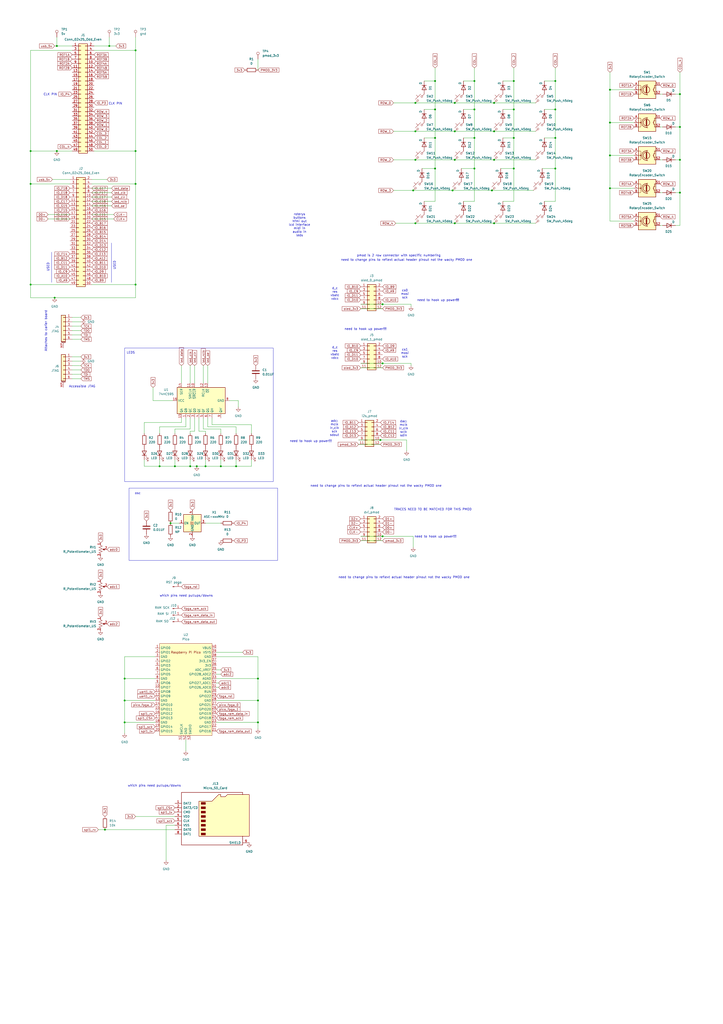
<source format=kicad_sch>
(kicad_sch (version 20231120) (generator "eeschema") (generator_version "8.0")
  (paper "A2" portrait)
  (junction (at 222.25 176.53))
  (junction (at 222.25 311.15))
  (junction (at 17.78 165.1))
  (junction (at 78.74 87.63))
  (junction (at 394.97 54.61))
  (junction (at 119.38 270.51))
  (junction (at 149.86 406.4))
  (junction (at 354.33 90.17))
  (junction (at 264.16 76.2))
  (junction (at 285.75 110.49))
  (junction (at 60.96 481.33))
  (junction (at 240.03 110.49))
  (junction (at 222.25 210.82))
  (junction (at 33.02 87.63))
  (junction (at 241.3 59.69))
  (junction (at 114.3 270.51))
  (junction (at 63.5 26.67))
  (junction (at 287.02 129.54))
  (junction (at 287.02 92.71))
  (junction (at 298.45 46.99))
  (junction (at 275.59 97.79))
  (junction (at 252.73 97.79))
  (junction (at 264.16 129.54))
  (junction (at 287.02 76.2))
  (junction (at 354.33 52.07))
  (junction (at 137.16 270.51))
  (junction (at 275.59 63.5))
  (junction (at 72.39 393.7))
  (junction (at 252.73 80.01))
  (junction (at 149.86 419.1))
  (junction (at 354.33 109.22))
  (junction (at 33.02 26.67))
  (junction (at 99.06 303.53))
  (junction (at 264.16 92.71))
  (junction (at 275.59 46.99))
  (junction (at 394.97 92.71))
  (junction (at 252.73 46.99))
  (junction (at 241.3 76.2))
  (junction (at 72.39 406.4))
  (junction (at 394.97 73.66))
  (junction (at 322.58 46.99))
  (junction (at 354.33 71.12))
  (junction (at 262.89 110.49))
  (junction (at 287.02 59.69))
  (junction (at 275.59 80.01))
  (junction (at 264.16 59.69))
  (junction (at 394.97 111.76))
  (junction (at 128.27 270.51))
  (junction (at 110.49 270.51))
  (junction (at 92.71 270.51))
  (junction (at 31.75 172.72))
  (junction (at 101.6 270.51))
  (junction (at 17.78 87.63))
  (junction (at 78.74 106.68))
  (junction (at 252.73 63.5))
  (junction (at 78.74 29.21))
  (junction (at 241.3 129.54))
  (junction (at 322.58 80.01))
  (junction (at 322.58 63.5))
  (junction (at 17.78 106.68))
  (junction (at 78.74 165.1))
  (junction (at 220.98 255.27))
  (junction (at 298.45 63.5))
  (junction (at 298.45 80.01))
  (junction (at 322.58 97.79))
  (junction (at 72.39 419.1))
  (junction (at 149.86 393.7))
  (junction (at 298.45 97.79))
  (junction (at 241.3 92.71))
  (wire (pts (xy 17.78 87.63) (xy 33.02 87.63)))
  (wire (pts (xy 264.16 76.2) (xy 287.02 76.2)))
  (wire (pts (xy 40.64 165.1) (xy 17.78 165.1)))
  (polyline (pts (xy 64.77 140.97) (xy 64.77 163.83)))
  (wire (pts (xy 241.3 76.2) (xy 264.16 76.2)))
  (wire (pts (xy 101.6 270.51) (xy 110.49 270.51)))
  (wire (pts (xy 41.91 207.01) (xy 46.99 207.01)))
  (wire (pts (xy 383.54 111.76) (xy 384.81 111.76)))
  (wire (pts (xy 128.27 248.92) (xy 118.11 248.92)))
  (wire (pts (xy 228.6 76.2) (xy 241.3 76.2)))
  (wire (pts (xy 60.96 481.33) (xy 101.6 481.33)))
  (wire (pts (xy 322.58 80.01) (xy 322.58 97.79)))
  (wire (pts (xy 100.33 232.41) (xy 88.9 232.41)))
  (wire (pts (xy 298.45 39.37) (xy 298.45 46.99)))
  (wire (pts (xy 125.73 391.16) (xy 128.27 391.16)))
  (wire (pts (xy 125.73 381) (xy 149.86 381)))
  (wire (pts (xy 209.55 179.07) (xy 222.25 179.07)))
  (wire (pts (xy 394.97 41.91) (xy 394.97 54.61)))
  (wire (pts (xy 394.97 54.61) (xy 394.97 73.66)))
  (wire (pts (xy 209.55 213.36) (xy 222.25 213.36)))
  (wire (pts (xy 72.39 419.1) (xy 90.17 419.1)))
  (wire (pts (xy 252.73 39.37) (xy 252.73 46.99)))
  (wire (pts (xy 83.82 270.51) (xy 92.71 270.51)))
  (wire (pts (xy 269.24 46.99) (xy 275.59 46.99)))
  (wire (pts (xy 125.73 396.24) (xy 127 396.24)))
  (wire (pts (xy 40.64 106.68) (xy 17.78 106.68)))
  (wire (pts (xy 149.86 34.29) (xy 149.86 40.64)))
  (wire (pts (xy 92.71 270.51) (xy 101.6 270.51)))
  (wire (pts (xy 63.5 21.59) (xy 63.5 26.67)))
  (wire (pts (xy 137.16 266.7) (xy 137.16 270.51)))
  (wire (pts (xy 123.19 242.57) (xy 123.19 246.38)))
  (wire (pts (xy 246.38 63.5) (xy 252.73 63.5)))
  (wire (pts (xy 383.54 54.61) (xy 384.81 54.61)))
  (wire (pts (xy 252.73 80.01) (xy 252.73 97.79)))
  (wire (pts (xy 208.28 257.81) (xy 220.98 257.81)))
  (wire (pts (xy 83.82 245.11) (xy 83.82 251.46)))
  (wire (pts (xy 322.58 116.84) (xy 316.23 116.84)))
  (wire (pts (xy 17.78 87.63) (xy 17.78 106.68)))
  (wire (pts (xy 146.05 246.38) (xy 146.05 251.46)))
  (wire (pts (xy 72.39 406.4) (xy 90.17 406.4)))
  (wire (pts (xy 107.95 429.26) (xy 107.95 435.61)))
  (wire (pts (xy 354.33 71.12) (xy 354.33 90.17)))
  (wire (pts (xy 41.91 194.31) (xy 46.99 194.31)))
  (wire (pts (xy 236.22 255.27) (xy 236.22 261.62)))
  (wire (pts (xy 72.39 406.4) (xy 72.39 419.1)))
  (wire (pts (xy 57.15 481.33) (xy 60.96 481.33)))
  (wire (pts (xy 83.82 266.7) (xy 83.82 270.51)))
  (wire (pts (xy 41.91 191.77) (xy 46.99 191.77)))
  (wire (pts (xy 120.65 212.09) (xy 120.65 222.25)))
  (wire (pts (xy 228.6 110.49) (xy 240.03 110.49)))
  (wire (pts (xy 241.3 129.54) (xy 264.16 129.54)))
  (wire (pts (xy 229.87 129.54) (xy 241.3 129.54)))
  (wire (pts (xy 125.73 398.78) (xy 127 398.78)))
  (wire (pts (xy 354.33 41.91) (xy 354.33 52.07)))
  (wire (pts (xy 53.34 104.14) (xy 62.23 104.14)))
  (wire (pts (xy 354.33 109.22) (xy 354.33 128.27)))
  (wire (pts (xy 209.55 313.69) (xy 222.25 313.69)))
  (wire (pts (xy 220.98 255.27) (xy 236.22 255.27)))
  (wire (pts (xy 322.58 63.5) (xy 322.58 80.01)))
  (wire (pts (xy 252.73 116.84) (xy 246.38 116.84)))
  (wire (pts (xy 149.86 393.7) (xy 149.86 406.4)))
  (wire (pts (xy 120.65 247.65) (xy 137.16 247.65)))
  (wire (pts (xy 394.97 111.76) (xy 394.97 130.81)))
  (wire (pts (xy 264.16 129.54) (xy 287.02 129.54)))
  (wire (pts (xy 123.19 246.38) (xy 146.05 246.38)))
  (wire (pts (xy 17.78 165.1) (xy 17.78 172.72)))
  (wire (pts (xy 275.59 39.37) (xy 275.59 46.99)))
  (wire (pts (xy 298.45 80.01) (xy 298.45 97.79)))
  (wire (pts (xy 287.02 92.71) (xy 311.15 92.71)))
  (wire (pts (xy 392.43 130.81) (xy 394.97 130.81)))
  (wire (pts (xy 92.71 266.7) (xy 92.71 270.51)))
  (wire (pts (xy 264.16 92.71) (xy 287.02 92.71)))
  (wire (pts (xy 17.78 172.72) (xy 31.75 172.72)))
  (wire (pts (xy 264.16 59.69) (xy 287.02 59.69)))
  (wire (pts (xy 53.34 116.84) (xy 64.77 116.84)))
  (wire (pts (xy 222.25 176.53) (xy 238.76 176.53)))
  (wire (pts (xy 41.91 214.63) (xy 46.99 214.63)))
  (wire (pts (xy 275.59 46.99) (xy 275.59 63.5)))
  (wire (pts (xy 149.86 406.4) (xy 149.86 419.1)))
  (wire (pts (xy 33.02 21.59) (xy 33.02 26.67)))
  (wire (pts (xy 392.43 54.61) (xy 394.97 54.61)))
  (wire (pts (xy 354.33 52.07) (xy 368.3 52.07)))
  (wire (pts (xy 54.61 26.67) (xy 63.5 26.67)))
  (wire (pts (xy 392.43 92.71) (xy 394.97 92.71)))
  (wire (pts (xy 138.43 232.41) (xy 138.43 236.22)))
  (wire (pts (xy 275.59 116.84) (xy 269.24 116.84)))
  (wire (pts (xy 146.05 266.7) (xy 146.05 270.51)))
  (wire (pts (xy 115.57 250.19) (xy 115.57 242.57)))
  (wire (pts (xy 240.03 311.15) (xy 240.03 317.5)))
  (wire (pts (xy 383.54 73.66) (xy 384.81 73.66)))
  (wire (pts (xy 262.89 110.49) (xy 285.75 110.49)))
  (wire (pts (xy 383.54 92.71) (xy 384.81 92.71)))
  (wire (pts (xy 92.71 251.46) (xy 92.71 247.65)))
  (wire (pts (xy 41.91 29.21) (xy 17.78 29.21)))
  (wire (pts (xy 316.23 63.5) (xy 322.58 63.5)))
  (wire (pts (xy 41.91 196.85) (xy 46.99 196.85)))
  (wire (pts (xy 41.91 186.69) (xy 46.99 186.69)))
  (wire (pts (xy 113.03 212.09) (xy 113.03 222.25)))
  (wire (pts (xy 41.91 212.09) (xy 46.99 212.09)))
  (wire (pts (xy 27.94 124.46) (xy 40.64 124.46)))
  (wire (pts (xy 30.48 104.14) (xy 40.64 104.14)))
  (wire (pts (xy 354.33 52.07) (xy 354.33 71.12)))
  (wire (pts (xy 107.95 247.65) (xy 107.95 242.57)))
  (wire (pts (xy 267.97 97.79) (xy 275.59 97.79)))
  (wire (pts (xy 128.27 248.92) (xy 128.27 251.46)))
  (wire (pts (xy 292.1 63.5) (xy 298.45 63.5)))
  (wire (pts (xy 298.45 97.79) (xy 298.45 116.84)))
  (wire (pts (xy 245.11 97.79) (xy 252.73 97.79)))
  (wire (pts (xy 110.49 248.92) (xy 110.49 242.57)))
  (wire (pts (xy 238.76 176.53) (xy 238.76 177.8)))
  (wire (pts (xy 96.52 478.79) (xy 96.52 499.11)))
  (wire (pts (xy 114.3 270.51) (xy 119.38 270.51)))
  (wire (pts (xy 72.39 381) (xy 72.39 393.7)))
  (wire (pts (xy 118.11 212.09) (xy 118.11 222.25)))
  (wire (pts (xy 41.91 217.17) (xy 46.99 217.17)))
  (wire (pts (xy 120.65 242.57) (xy 120.65 247.65)))
  (wire (pts (xy 17.78 29.21) (xy 17.78 87.63)))
  (wire (pts (xy 228.6 59.69) (xy 241.3 59.69)))
  (wire (pts (xy 322.58 46.99) (xy 322.58 63.5)))
  (wire (pts (xy 209.55 176.53) (xy 222.25 176.53)))
  (wire (pts (xy 41.91 209.55) (xy 46.99 209.55)))
  (wire (pts (xy 78.74 473.71) (xy 101.6 473.71)))
  (wire (pts (xy 110.49 251.46) (xy 110.49 250.19)))
  (wire (pts (xy 354.33 90.17) (xy 354.33 109.22)))
  (wire (pts (xy 101.6 478.79) (xy 96.52 478.79)))
  (wire (pts (xy 90.17 381) (xy 72.39 381)))
  (wire (pts (xy 275.59 63.5) (xy 275.59 80.01)))
  (wire (pts (xy 53.34 119.38) (xy 64.77 119.38)))
  (wire (pts (xy 354.33 71.12) (xy 368.3 71.12)))
  (wire (pts (xy 72.39 393.7) (xy 72.39 406.4)))
  (wire (pts (xy 209.55 311.15) (xy 222.25 311.15)))
  (wire (pts (xy 41.91 184.15) (xy 46.99 184.15)))
  (wire (pts (xy 368.3 128.27) (xy 354.33 128.27)))
  (wire (pts (xy 322.58 39.37) (xy 322.58 46.99)))
  (wire (pts (xy 78.74 29.21) (xy 78.74 87.63)))
  (wire (pts (xy 269.24 80.01) (xy 275.59 80.01)))
  (wire (pts (xy 240.03 110.49) (xy 262.89 110.49)))
  (wire (pts (xy 209.55 210.82) (xy 222.25 210.82)))
  (wire (pts (xy 78.74 165.1) (xy 53.34 165.1)))
  (wire (pts (xy 383.54 130.81) (xy 384.81 130.81)))
  (wire (pts (xy 298.45 116.84) (xy 292.1 116.84)))
  (wire (pts (xy 125.73 378.46) (xy 140.97 378.46)))
  (wire (pts (xy 137.16 270.51) (xy 146.05 270.51)))
  (wire (pts (xy 72.39 419.1) (xy 72.39 425.45)))
  (wire (pts (xy 252.73 63.5) (xy 252.73 80.01)))
  (wire (pts (xy 17.78 106.68) (xy 17.78 165.1)))
  (wire (pts (xy 119.38 250.19) (xy 115.57 250.19)))
  (wire (pts (xy 128.27 270.51) (xy 137.16 270.51)))
  (wire (pts (xy 222.25 210.82) (xy 238.76 210.82)))
  (wire (pts (xy 354.33 90.17) (xy 368.3 90.17)))
  (wire (pts (xy 72.39 393.7) (xy 90.17 393.7)))
  (wire (pts (xy 241.3 59.69) (xy 264.16 59.69)))
  (wire (pts (xy 53.34 124.46) (xy 66.04 124.46)))
  (wire (pts (xy 78.74 87.63) (xy 78.74 106.68)))
  (wire (pts (xy 110.49 270.51) (xy 114.3 270.51)))
  (wire (pts (xy 78.74 21.59) (xy 78.74 29.21)))
  (wire (pts (xy 125.73 388.62) (xy 128.27 388.62)))
  (wire (pts (xy 88.9 224.79) (xy 88.9 232.41)))
  (wire (pts (xy 275.59 97.79) (xy 275.59 116.84)))
  (wire (pts (xy 33.02 26.67) (xy 41.91 26.67)))
  (wire (pts (xy 41.91 219.71) (xy 46.99 219.71)))
  (wire (pts (xy 105.41 245.11) (xy 83.82 245.11)))
  (wire (pts (xy 53.34 106.68) (xy 78.74 106.68)))
  (wire (pts (xy 238.76 210.82) (xy 238.76 212.09)))
  (wire (pts (xy 316.23 46.99) (xy 322.58 46.99)))
  (wire (pts (xy 275.59 80.01) (xy 275.59 97.79)))
  (wire (pts (xy 119.38 270.51) (xy 128.27 270.51)))
  (wire (pts (xy 119.38 251.46) (xy 119.38 250.19)))
  (wire (pts (xy 222.25 311.15) (xy 240.03 311.15)))
  (wire (pts (xy 125.73 393.7) (xy 149.86 393.7)))
  (wire (pts (xy 287.02 59.69) (xy 311.15 59.69)))
  (wire (pts (xy 128.27 266.7) (xy 128.27 270.51)))
  (wire (pts (xy 53.34 109.22) (xy 64.77 109.22)))
  (wire (pts (xy 246.38 46.99) (xy 252.73 46.99)))
  (wire (pts (xy 392.43 73.66) (xy 394.97 73.66)))
  (wire (pts (xy 290.83 97.79) (xy 298.45 97.79)))
  (wire (pts (xy 101.6 251.46) (xy 101.6 248.92)))
  (wire (pts (xy 99.06 303.53) (xy 104.14 303.53)))
  (wire (pts (xy 33.02 87.63) (xy 41.91 87.63)))
  (wire (pts (xy 292.1 46.99) (xy 298.45 46.99)))
  (wire (pts (xy 54.61 87.63) (xy 78.74 87.63)))
  (wire (pts (xy 292.1 80.01) (xy 298.45 80.01)))
  (wire (pts (xy 228.6 92.71) (xy 241.3 92.71)))
  (wire (pts (xy 110.49 212.09) (xy 110.49 222.25)))
  (wire (pts (xy 118.11 248.92) (xy 118.11 242.57)))
  (wire (pts (xy 394.97 73.66) (xy 394.97 92.71)))
  (wire (pts (xy 354.33 109.22) (xy 368.3 109.22)))
  (wire (pts (xy 119.38 303.53) (xy 128.27 303.53)))
  (wire (pts (xy 246.38 80.01) (xy 252.73 80.01)))
  (wire (pts (xy 27.94 127) (xy 40.64 127)))
  (wire (pts (xy 149.86 419.1) (xy 149.86 422.91)))
  (wire (pts (xy 137.16 247.65) (xy 137.16 251.46)))
  (wire (pts (xy 241.3 92.71) (xy 264.16 92.71)))
  (wire (pts (xy 53.34 111.76) (xy 64.77 111.76)))
  (wire (pts (xy 149.86 381) (xy 149.86 393.7)))
  (wire (pts (xy 78.74 106.68) (xy 78.74 165.1)))
  (wire (pts (xy 31.75 172.72) (xy 78.74 172.72)))
  (wire (pts (xy 269.24 63.5) (xy 275.59 63.5)))
  (wire (pts (xy 105.41 245.11) (xy 105.41 242.57)))
  (wire (pts (xy 392.43 111.76) (xy 394.97 111.76)))
  (wire (pts (xy 208.28 255.27) (xy 220.98 255.27)))
  (wire (pts (xy 110.49 266.7) (xy 110.49 270.51)))
  (wire (pts (xy 252.73 46.99) (xy 252.73 63.5)))
  (wire (pts (xy 252.73 97.79) (xy 252.73 116.84)))
  (wire (pts (xy 133.35 232.41) (xy 138.43 232.41)))
  (polyline (pts (xy 29.972 146.304) (xy 29.972 163.83)))
  (wire (pts (xy 53.34 114.3) (xy 64.77 114.3)))
  (wire (pts (xy 101.6 248.92) (xy 110.49 248.92)))
  (wire (pts (xy 298.45 46.99) (xy 298.45 63.5)))
  (wire (pts (xy 125.73 419.1) (xy 149.86 419.1)))
  (wire (pts (xy 41.91 189.23) (xy 46.99 189.23)))
  (wire (pts (xy 110.49 250.19) (xy 113.03 250.19)))
  (wire (pts (xy 119.38 266.7) (xy 119.38 270.51)))
  (wire (pts (xy 53.34 127) (xy 66.04 127)))
  (wire (pts (xy 287.02 129.54) (xy 311.15 129.54)))
  (wire (pts (xy 78.74 172.72) (xy 78.74 165.1)))
  (wire (pts (xy 54.61 29.21) (xy 78.74 29.21)))
  (wire (pts (xy 63.5 26.67) (xy 67.31 26.67)))
  (wire (pts (xy 322.58 97.79) (xy 322.58 116.84)))
  (wire (pts (xy 105.41 212.09) (xy 105.41 222.25)))
  (wire (pts (xy 31.75 26.67) (xy 33.02 26.67)))
  (wire (pts (xy 285.75 110.49) (xy 309.88 110.49)))
  (wire (pts (xy 316.23 80.01) (xy 322.58 80.01)))
  (wire (pts (xy 314.96 97.79) (xy 322.58 97.79)))
  (wire (pts (xy 298.45 63.5) (xy 298.45 80.01)))
  (wire (pts (xy 287.02 76.2) (xy 311.15 76.2)))
  (wire (pts (xy 101.6 266.7) (xy 101.6 270.51)))
  (wire (pts (xy 92.71 247.65) (xy 107.95 247.65)))
  (wire (pts (xy 125.73 406.4) (xy 149.86 406.4)))
  (wire (pts (xy 113.03 250.19) (xy 113.03 242.57)))
  (wire (pts (xy 394.97 92.71) (xy 394.97 111.76)))
  (rectangle (start 74.93 283.21) (end 161.29 325.12))
  (rectangle (start 72.39 201.93) (end 158.75 279.4))
  (text "cs0\nmosi\nsck\n" (at 235.204 170.688 0) (effects (font (size 1.27 1.27))))
  (text "need to change pins to reflext actual header pinout not the wacky PMOD one\n" (at 234.696 335.026 0) (effects (font (size 1.27 1.27))))
  (text "need to hook up power!!!" (at 212.344 191.008 0) (effects (font (size 1.27 1.27))))
  (text "TRACES NEED TO BE MATCHED FOR THIS PMOD\n" (at 251.46 295.656 0) (effects (font (size 1.27 1.27))))
  (text "need to change pins to reflext actual header pinout not the wacky PMOD one\n" (at 218.44 281.94 0) (effects (font (size 1.27 1.27))))
  (text "Attaches to carier board" (at 26.67 192.024 90) (effects (font (size 1.27 1.27))))
  (text "which pins need pullups/downs\n\n" (at 89.662 456.946 0) (effects (font (size 1.27 1.27))))
  (text "which pins need pullups/downs\n\n" (at 108.204 346.71 0) (effects (font (size 1.27 1.27))))
  (text "dac:\nmclk\nlr_clk\nsclk\nsdin\n" (at 234.442 248.666 0) (effects (font (size 1.27 1.27))))
  (text "cs1\nmosi\nsck\n" (at 235.204 204.978 0) (effects (font (size 1.27 1.27))))
  (text "adc:\nmclk\nlr_clk\nsck\nsdout\n" (at 194.31 248.412 0) (effects (font (size 1.27 1.27))))
  (text "d_c\nres\nvbatc\nvdcc\n" (at 194.564 170.434 0) (effects (font (size 1.27 1.27))))
  (text "roterys\nbuttons\nhfmi out\nlcd interface\nmidi in\naudio in\nleds\n" (at 173.99 130.556 0) (effects (font (size 1.27 1.27))))
  (text "CLK PIN\n" (at 29.21 54.864 0) (effects (font (size 1.27 1.27))))
  (text "d_c\nres\nvbatc\nvdcc\n" (at 194.564 204.724 0) (effects (font (size 1.27 1.27))))
  (text "need to hook up power!!!" (at 254.508 174.244 0) (effects (font (size 1.27 1.27))))
  (text "LEDS\n" (at 75.946 204.724 0) (effects (font (size 1.27 1.27))))
  (text "osc\n" (at 80.01 286.258 0) (effects (font (size 1.27 1.27))))
  (text "USED" (at 66.548 153.924 90) (effects (font (size 1.27 1.27))))
  (text "pmod is 2 row connector with specific numbering\n" (at 231.648 148.336 0) (effects (font (size 1.27 1.27))))
  (text "USED" (at 27.94 154.94 90) (effects (font (size 1.27 1.27))))
  (text "need to hook up power!!!" (at 252.984 311.404 0) (effects (font (size 1.27 1.27))))
  (text "need to hook up power!!!" (at 180.594 256.032 0) (effects (font (size 1.27 1.27))))
  (text "need to change pins to reflext actual header pinout not the wacky PMOD one\n" (at 236.22 150.876 0) (effects (font (size 1.27 1.27))))
  (text "Accessible JTAG\n" (at 47.752 224.282 0) (effects (font (size 1.27 1.27))))
  (text "CLK PIN\n" (at 67.056 60.198 0) (effects (font (size 1.27 1.27))))
  (global_label "oled_3v3" (shape input) (at 209.55 213.36 180) (property "Intersheetrefs" "${INTERSHEET_REFS}" (effects (hide yes))))
  (global_label "COL_3" (shape input) (at 322.58 39.37 90) (property "Intersheetrefs" "${INTERSHEET_REFS}" (effects (hide yes))))
  (global_label "ROW_2" (shape input) (at 54.61 69.85 0) (property "Intersheetrefs" "${INTERSHEET_REFS}" (effects (hide yes))))
  (global_label "D0-" (shape input) (at 222.25 308.61 0) (property "Intersheetrefs" "${INTERSHEET_REFS}" (effects (hide yes))))
  (global_label "TDO" (shape input) (at 46.99 214.63 0) (property "Intersheetrefs" "${INTERSHEET_REFS}" (effects (hide yes))))
  (global_label "3v3" (shape input) (at 60.96 473.71 90) (property "Intersheetrefs" "${INTERSHEET_REFS}" (effects (hide yes))))
  (global_label "3v3" (shape input) (at 62.23 104.14 0) (property "Intersheetrefs" "${INTERSHEET_REFS}" (effects (hide yes))))
  (global_label "IO_F18" (shape input) (at 40.64 109.22 180) (property "Intersheetrefs" "${INTERSHEET_REFS}" (effects (hide yes))))
  (global_label "ROW_2" (shape input) (at 383.54 87.63 0) (property "Intersheetrefs" "${INTERSHEET_REFS}" (effects (hide yes))))
  (global_label "IO_A9" (shape input) (at 222.25 168.91 0) (property "Intersheetrefs" "${INTERSHEET_REFS}" (effects (hide yes))))
  (global_label "3v3" (shape input) (at 58.42 314.96 90) (property "Intersheetrefs" "${INTERSHEET_REFS}" (effects (hide yes))))
  (global_label "adc0" (shape input) (at 62.23 318.77 0) (property "Intersheetrefs" "${INTERSHEET_REFS}" (effects (hide yes))))
  (global_label "3v3" (shape input) (at 67.31 26.67 0) (property "Intersheetrefs" "${INTERSHEET_REFS}" (effects (hide yes))))
  (global_label "IO_D11" (shape input) (at 209.55 205.74 180) (property "Intersheetrefs" "${INTERSHEET_REFS}" (effects (hide yes))))
  (global_label "COL_1" (shape input) (at 54.61 82.55 0) (property "Intersheetrefs" "${INTERSHEET_REFS}" (effects (hide yes))))
  (global_label "ROT1A" (shape input) (at 41.91 31.75 180) (property "Intersheetrefs" "${INTERSHEET_REFS}" (effects (hide yes))))
  (global_label "ROW_4" (shape input) (at 54.61 64.77 0) (property "Intersheetrefs" "${INTERSHEET_REFS}" (effects (hide yes))))
  (global_label "TDI" (shape input) (at 46.99 217.17 0) (property "Intersheetrefs" "${INTERSHEET_REFS}" (effects (hide yes))))
  (global_label "IO_D18" (shape input) (at 40.64 114.3 180) (property "Intersheetrefs" "${INTERSHEET_REFS}" (effects (hide yes))))
  (global_label "spi1_sck" (shape input) (at 90.17 421.64 180) (property "Intersheetrefs" "${INTERSHEET_REFS}" (effects (hide yes))))
  (global_label "ROW_0" (shape input) (at 383.54 49.53 0) (property "Intersheetrefs" "${INTERSHEET_REFS}" (effects (hide yes))))
  (global_label "ROT1A" (shape input) (at 368.3 49.53 180) (property "Intersheetrefs" "${INTERSHEET_REFS}" (effects (hide yes))))
  (global_label "IO_A10" (shape input) (at 222.25 173.99 0) (property "Intersheetrefs" "${INTERSHEET_REFS}" (effects (hide yes))))
  (global_label "ROW_3" (shape input) (at 54.61 67.31 0) (property "Intersheetrefs" "${INTERSHEET_REFS}" (effects (hide yes))))
  (global_label "D0-" (shape input) (at 27.94 127 180) (property "Intersheetrefs" "${INTERSHEET_REFS}" (effects (hide yes))))
  (global_label "ROW_4" (shape input) (at 229.87 129.54 180) (property "Intersheetrefs" "${INTERSHEET_REFS}" (effects (hide yes))))
  (global_label "led_clr" (shape input) (at 64.77 114.3 0) (property "Intersheetrefs" "${INTERSHEET_REFS}" (effects (hide yes))))
  (global_label "IO_D11" (shape input) (at 209.55 171.45 180) (property "Intersheetrefs" "${INTERSHEET_REFS}" (effects (hide yes))))
  (global_label "IO_D10" (shape input) (at 53.34 154.94 0) (property "Intersheetrefs" "${INTERSHEET_REFS}" (effects (hide yes))))
  (global_label "IO_B12" (shape input) (at 220.98 247.65 0) (property "Intersheetrefs" "${INTERSHEET_REFS}" (effects (hide yes))))
  (global_label "IO_B17" (shape input) (at 53.34 129.54 0) (property "Intersheetrefs" "${INTERSHEET_REFS}" (effects (hide yes))))
  (global_label "IO_D9" (shape input) (at 222.25 200.66 0) (property "Intersheetrefs" "${INTERSHEET_REFS}" (effects (hide yes))))
  (global_label "IO_A9" (shape input) (at 222.25 203.2 0) (property "Intersheetrefs" "${INTERSHEET_REFS}" (effects (hide yes))))
  (global_label "ROT2A" (shape input) (at 41.91 36.83 180) (property "Intersheetrefs" "${INTERSHEET_REFS}" (effects (hide yes))))
  (global_label "ROW_1" (shape input) (at 228.6 76.2 180) (property "Intersheetrefs" "${INTERSHEET_REFS}" (effects (hide yes))))
  (global_label "3v3" (shape input) (at 58.42 358.14 90) (property "Intersheetrefs" "${INTERSHEET_REFS}" (effects (hide yes))))
  (global_label "IO_B10" (shape input) (at 53.34 160.02 0) (property "Intersheetrefs" "${INTERSHEET_REFS}" (effects (hide yes))))
  (global_label "CLK-" (shape input) (at 209.55 308.61 180) (property "Intersheetrefs" "${INTERSHEET_REFS}" (effects (hide yes))))
  (global_label "ROT5B" (shape input) (at 54.61 44.45 0) (property "Intersheetrefs" "${INTERSHEET_REFS}" (effects (hide yes))))
  (global_label "ROW_0" (shape input) (at 228.6 59.69 180) (property "Intersheetrefs" "${INTERSHEET_REFS}" (effects (hide yes))))
  (global_label "IO_B14" (shape input) (at 53.34 137.16 0) (property "Intersheetrefs" "${INTERSHEET_REFS}" (effects (hide yes))))
  (global_label "IO_B9" (shape input) (at 222.25 166.37 0) (property "Intersheetrefs" "${INTERSHEET_REFS}" (effects (hide yes))))
  (global_label "ROW_0" (shape input) (at 54.61 74.93 0) (property "Intersheetrefs" "${INTERSHEET_REFS}" (effects (hide yes))))
  (global_label "CLK+" (shape input) (at 66.04 127 0) (property "Intersheetrefs" "${INTERSHEET_REFS}" (effects (hide yes))))
  (global_label "pmod_3v3" (shape input) (at 222.25 313.69 0) (property "Intersheetrefs" "${INTERSHEET_REFS}" (effects (hide yes))))
  (global_label "spi1_rx" (shape input) (at 90.17 414.02 180) (property "Intersheetrefs" "${INTERSHEET_REFS}" (effects (hide yes))))
  (global_label "3v3" (shape input) (at 88.9 224.79 90) (property "Intersheetrefs" "${INTERSHEET_REFS}" (effects (hide yes))))
  (global_label "IO_B15" (shape input) (at 53.34 134.62 0) (property "Intersheetrefs" "${INTERSHEET_REFS}" (effects (hide yes))))
  (global_label "IO_A9" (shape input) (at 40.64 162.56 180) (property "Intersheetrefs" "${INTERSHEET_REFS}" (effects (hide yes))))
  (global_label "PMOD_3V3" (shape input) (at 220.98 257.81 0) (property "Intersheetrefs" "${INTERSHEET_REFS}" (effects (hide yes))))
  (global_label "ROT5A" (shape input) (at 54.61 41.91 0) (property "Intersheetrefs" "${INTERSHEET_REFS}" (effects (hide yes))))
  (global_label "COL_1" (shape input) (at 275.59 39.37 90) (property "Intersheetrefs" "${INTERSHEET_REFS}" (effects (hide yes))))
  (global_label "IO_B9" (shape input) (at 53.34 162.56 0) (property "Intersheetrefs" "${INTERSHEET_REFS}" (effects (hide yes))))
  (global_label "IO_E15" (shape input) (at 53.34 124.46 0) (property "Intersheetrefs" "${INTERSHEET_REFS}" (effects (hide yes))))
  (global_label "D0+" (shape input) (at 222.25 306.07 0) (property "Intersheetrefs" "${INTERSHEET_REFS}" (effects (hide yes))))
  (global_label "ROW_2" (shape input) (at 228.6 92.71 180) (property "Intersheetrefs" "${INTERSHEET_REFS}" (effects (hide yes))))
  (global_label "3v3" (shape input) (at 354.33 41.91 90) (property "Intersheetrefs" "${INTERSHEET_REFS}" (effects (hide yes))))
  (global_label "spi1_tx" (shape input) (at 90.17 424.18 180) (property "Intersheetrefs" "${INTERSHEET_REFS}" (effects (hide yes))))
  (global_label "IO_C9" (shape input) (at 209.55 203.2 180) (property "Intersheetrefs" "${INTERSHEET_REFS}" (effects (hide yes))))
  (global_label "PMOD_3V3" (shape input) (at 222.25 179.07 0) (property "Intersheetrefs" "${INTERSHEET_REFS}" (effects (hide yes))))
  (global_label "IO_D11" (shape input) (at 40.64 154.94 180) (property "Intersheetrefs" "${INTERSHEET_REFS}" (effects (hide yes))))
  (global_label "TDO" (shape input) (at 46.99 191.77 0) (property "Intersheetrefs" "${INTERSHEET_REFS}" (effects (hide yes))))
  (global_label "COL_4" (shape input) (at 394.97 41.91 90) (property "Intersheetrefs" "${INTERSHEET_REFS}" (effects (hide yes))))
  (global_label "IO_A12" (shape input) (at 208.28 247.65 180) (property "Intersheetrefs" "${INTERSHEET_REFS}" (effects (hide yes))))
  (global_label "IO_D9" (shape input) (at 53.34 157.48 0) (property "Intersheetrefs" "${INTERSHEET_REFS}" (effects (hide yes))))
  (global_label "D1-" (shape input) (at 222.25 303.53 0) (property "Intersheetrefs" "${INTERSHEET_REFS}" (effects (hide yes))))
  (global_label "IO_B12" (shape input) (at 40.64 149.86 180) (property "Intersheetrefs" "${INTERSHEET_REFS}" (effects (hide yes))))
  (global_label "ROW_3" (shape input) (at 383.54 106.68 0) (property "Intersheetrefs" "${INTERSHEET_REFS}" (effects (hide yes))))
  (global_label "fpga_ram_data_in" (shape input) (at 125.73 414.02 0) (property "Intersheetrefs" "${INTERSHEET_REFS}" (effects (hide yes))))
  (global_label "IO_C9" (shape input) (at 209.55 168.91 180) (property "Intersheetrefs" "${INTERSHEET_REFS}" (effects (hide yes))))
  (global_label "led_clr" (shape input) (at 113.03 212.09 90) (property "Intersheetrefs" "${INTERSHEET_REFS}" (effects (hide yes))))
  (global_label "COL_4" (shape input) (at 41.91 85.09 180) (property "Intersheetrefs" "${INTERSHEET_REFS}" (effects (hide yes))))
  (global_label "IO_A12" (shape input) (at 53.34 149.86 0) (property "Intersheetrefs" "${INTERSHEET_REFS}" (effects (hide yes))))
  (global_label "3v3" (shape input) (at 58.42 336.55 90) (property "Intersheetrefs" "${INTERSHEET_REFS}" (effects (hide yes))))
  (global_label "3v3" (shape input) (at 46.99 184.15 0) (property "Intersheetrefs" "${INTERSHEET_REFS}" (effects (hide yes))))
  (global_label "adc1" (shape input) (at 127 396.24 0) (property "Intersheetrefs" "${INTERSHEET_REFS}" (effects (hide yes))))
  (global_label "oled_3v3" (shape input) (at 209.55 179.07 180) (property "Intersheetrefs" "${INTERSHEET_REFS}" (effects (hide yes))))
  (global_label "ROT3A" (shape input) (at 54.61 31.75 0) (property "Intersheetrefs" "${INTERSHEET_REFS}" (effects (hide yes))))
  (global_label "pmod_3v3" (shape input) (at 208.28 257.81 180) (property "Intersheetrefs" "${INTERSHEET_REFS}" (effects (hide yes))))
  (global_label "IO_E13" (shape input) (at 53.34 147.32 0) (property "Intersheetrefs" "${INTERSHEET_REFS}" (effects (hide yes))))
  (global_label "TMS" (shape input) (at 46.99 219.71 0) (property "Intersheetrefs" "${INTERSHEET_REFS}" (effects (hide yes))))
  (global_label "pico_fpga_2" (shape input) (at 90.17 408.94 180) (property "Intersheetrefs" "${INTERSHEET_REFS}" (effects (hide yes))))
  (global_label "IO_D13" (shape input) (at 53.34 142.24 0) (property "Intersheetrefs" "${INTERSHEET_REFS}" (effects (hide yes))))
  (global_label "3v3" (shape input) (at 128.27 388.62 0) (property "Intersheetrefs" "${INTERSHEET_REFS}" (effects (hide yes))))
  (global_label "IO_C9" (shape input) (at 40.64 157.48 180) (property "Intersheetrefs" "${INTERSHEET_REFS}" (effects (hide yes))))
  (global_label "D2-" (shape input) (at 209.55 303.53 180) (property "Intersheetrefs" "${INTERSHEET_REFS}" (effects (hide yes))))
  (global_label "spi1_CSn" (shape input) (at 101.6 468.63 180) (property "Intersheetrefs" "${INTERSHEET_REFS}" (effects (hide yes))))
  (global_label "usb_5v" (shape input) (at 31.75 26.67 180) (property "Intersheetrefs" "${INTERSHEET_REFS}" (effects (hide yes))))
  (global_label "3v3" (shape input) (at 99.06 295.91 90) (property "Intersheetrefs" "${INTERSHEET_REFS}" (effects (hide yes))))
  (global_label "fpga_ram_sck" (shape input) (at 105.41 353.06 0) (property "Intersheetrefs" "${INTERSHEET_REFS}" (effects (hide yes))))
  (global_label "D0+" (shape input) (at 27.94 124.46 180) (property "Intersheetrefs" "${INTERSHEET_REFS}" (effects (hide yes))))
  (global_label "ROT5A" (shape input) (at 368.3 125.73 180) (property "Intersheetrefs" "${INTERSHEET_REFS}" (effects (hide yes))))
  (global_label "D1+" (shape input) (at 222.25 300.99 0) (property "Intersheetrefs" "${INTERSHEET_REFS}" (effects (hide yes))))
  (global_label "ROT4A" (shape input) (at 368.3 106.68 180) (property "Intersheetrefs" "${INTERSHEET_REFS}" (effects (hide yes))))
  (global_label "IO_F17" (shape input) (at 53.34 111.76 0) (property "Intersheetrefs" "${INTERSHEET_REFS}" (effects (hide yes))))
  (global_label "CLK-" (shape input) (at 66.04 124.46 0) (property "Intersheetrefs" "${INTERSHEET_REFS}" (effects (hide yes))))
  (global_label "led_data" (shape input) (at 64.77 109.22 0) (property "Intersheetrefs" "${INTERSHEET_REFS}" (effects (hide yes))))
  (global_label "IO_C12" (shape input) (at 220.98 252.73 0) (property "Intersheetrefs" "${INTERSHEET_REFS}" (effects (hide yes))))
  (global_label "fpga_ram_data_out" (shape input) (at 125.73 424.18 0) (property "Intersheetrefs" "${INTERSHEET_REFS}" (effects (hide yes))))
  (global_label "IO_E16" (shape input) (at 40.64 124.46 180) (property "Intersheetrefs" "${INTERSHEET_REFS}" (effects (hide yes))))
  (global_label "uart1_tx" (shape input) (at 90.17 401.32 180) (property "Intersheetrefs" "${INTERSHEET_REFS}" (effects (hide yes))))
  (global_label "pico_fpga_0" (shape input) (at 125.73 408.94 0) (property "Intersheetrefs" "${INTERSHEET_REFS}" (effects (hide yes))))
  (global_label "ROT2A" (shape input) (at 368.3 68.58 180) (property "Intersheetrefs" "${INTERSHEET_REFS}" (effects (hide yes))))
  (global_label "COL_2" (shape input) (at 54.61 80.01 0) (property "Intersheetrefs" "${INTERSHEET_REFS}" (effects (hide yes))))
  (global_label "ROT5B" (shape input) (at 368.3 130.81 180) (property "Intersheetrefs" "${INTERSHEET_REFS}" (effects (hide yes))))
  (global_label "IO_D10" (shape input) (at 209.55 208.28 180) (property "Intersheetrefs" "${INTERSHEET_REFS}" (effects (hide yes))))
  (global_label "pico_fpga_1" (shape input) (at 125.73 411.48 0) (property "Intersheetrefs" "${INTERSHEET_REFS}" (effects (hide yes))))
  (global_label "usb_5v" (shape input) (at 30.48 104.14 180) (property "Intersheetrefs" "${INTERSHEET_REFS}" (effects (hide yes))))
  (global_label "IO_G15" (shape input) (at 40.64 119.38 180) (property "Intersheetrefs" "${INTERSHEET_REFS}" (effects (hide yes))))
  (global_label "3v3" (shape input) (at 140.97 378.46 0) (property "Intersheetrefs" "${INTERSHEET_REFS}" (effects (hide yes))))
  (global_label "ROT3B" (shape input) (at 54.61 34.29 0) (property "Intersheetrefs" "${INTERSHEET_REFS}" (effects (hide yes))))
  (global_label "ROT3A" (shape input) (at 368.3 87.63 180) (property "Intersheetrefs" "${INTERSHEET_REFS}" (effects (hide yes))))
  (global_label "spi1_tx" (shape input) (at 101.6 471.17 180) (property "Intersheetrefs" "${INTERSHEET_REFS}" (effects (hide yes))))
  (global_label "IO_B11" (shape input) (at 53.34 152.4 0) (property "Intersheetrefs" "${INTERSHEET_REFS}" (effects (hide yes))))
  (global_label "fpga_ram_sck" (shape input) (at 125.73 416.56 0) (property "Intersheetrefs" "${INTERSHEET_REFS}" (effects (hide yes))))
  (global_label "spi1_sck" (shape input) (at 101.6 476.25 180) (property "Intersheetrefs" "${INTERSHEET_REFS}" (effects (hide yes))))
  (global_label "spi1_CSn" (shape input) (at 90.17 416.56 180) (property "Intersheetrefs" "${INTERSHEET_REFS}" (effects (hide yes))))
  (global_label "led_clk" (shape input) (at 110.49 212.09 90) (property "Intersheetrefs" "${INTERSHEET_REFS}" (effects (hide yes))))
  (global_label "ROT4A" (shape input) (at 54.61 36.83 0) (property "Intersheetrefs" "${INTERSHEET_REFS}" (effects (hide yes))))
  (global_label "led_oe" (shape input) (at 120.65 212.09 90) (property "Intersheetrefs" "${INTERSHEET_REFS}" (effects (hide yes))))
  (global_label "IO_B10" (shape input) (at 209.55 166.37 180) (property "Intersheetrefs" "${INTERSHEET_REFS}" (effects (hide yes))))
  (global_label "IO_C11" (shape input) (at 220.98 250.19 0) (property "Intersheetrefs" "${INTERSHEET_REFS}" (effects (hide yes))))
  (global_label "fpga_ram_data_out" (shape input) (at 105.41 360.68 0) (property "Intersheetrefs" "${INTERSHEET_REFS}" (effects (hide yes))))
  (global_label "IO_A10" (shape input) (at 40.64 160.02 180) (property "Intersheetrefs" "${INTERSHEET_REFS}" (effects (hide yes))))
  (global_label "IO_H16" (shape input) (at 53.34 119.38 0) (property "Intersheetrefs" "${INTERSHEET_REFS}" (effects (hide yes))))
  (global_label "adc1" (shape input) (at 62.23 340.36 0) (property "Intersheetrefs" "${INTERSHEET_REFS}" (effects (hide yes))))
  (global_label "ROT4B" (shape input) (at 54.61 39.37 0) (property "Intersheetrefs" "${INTERSHEET_REFS}" (effects (hide yes))))
  (global_label "IO_D13" (shape input) (at 208.28 252.73 180) (property "Intersheetrefs" "${INTERSHEET_REFS}" (effects (hide yes))))
  (global_label "adc2" (shape input) (at 62.23 361.95 0) (property "Intersheetrefs" "${INTERSHEET_REFS}" (effects (hide yes))))
  (global_label "IO_D10" (shape input) (at 209.55 173.99 180) (property "Intersheetrefs" "${INTERSHEET_REFS}" (effects (hide yes))))
  (global_label "IO_C18" (shape input) (at 53.34 116.84 0) (property "Intersheetrefs" "${INTERSHEET_REFS}" (effects (hide yes))))
  (global_label "TDI" (shape input) (at 46.99 194.31 0) (property "Intersheetrefs" "${INTERSHEET_REFS}" (effects (hide yes))))
  (global_label "adc2" (shape input) (at 128.27 391.16 0) (property "Intersheetrefs" "${INTERSHEET_REFS}" (effects (hide yes))))
  (global_label "uart1_rx" (shape input) (at 90.17 403.86 180) (property "Intersheetrefs" "${INTERSHEET_REFS}" (effects (hide yes))))
  (global_label "fpga_rst" (shape input) (at 125.73 403.86 0) (property "Intersheetrefs" "${INTERSHEET_REFS}" (effects (hide yes))))
  (global_label "ROT3B" (shape input) (at 368.3 92.71 180) (property "Intersheetrefs" "${INTERSHEET_REFS}" (effects (hide yes))))
  (global_label "IO_A10" (shape input) (at 222.25 208.28 0) (property "Intersheetrefs" "${INTERSHEET_REFS}" (effects (hide yes))))
  (global_label "D2+" (shape input) (at 209.55 300.99 180) (property "Intersheetrefs" "${INTERSHEET_REFS}" (effects (hide yes))))
  (global_label "led_data" (shape input) (at 105.41 212.09 90) (property "Intersheetrefs" "${INTERSHEET_REFS}" (effects (hide yes))))
  (global_label "led_clk" (shape input) (at 64.77 111.76 0) (property "Intersheetrefs" "${INTERSHEET_REFS}" (effects (hide yes))))
  (global_label "IO_E13" (shape input) (at 208.28 250.19 180) (property "Intersheetrefs" "${INTERSHEET_REFS}" (effects (hide yes))))
  (global_label "COL_0" (shape input) (at 252.73 39.37 90) (property "Intersheetrefs" "${INTERSHEET_REFS}" (effects (hide yes))))
  (global_label "IO_B11" (shape input) (at 208.28 245.11 180) (property "Intersheetrefs" "${INTERSHEET_REFS}" (effects (hide yes))))
  (global_label "COL_2" (shape input) (at 298.45 39.37 90) (property "Intersheetrefs" "${INTERSHEET_REFS}" (effects (hide yes))))
  (global_label "IO_C11" (shape input) (at 40.64 152.4 180) (property "Intersheetrefs" "${INTERSHEET_REFS}" (effects (hide yes))))
  (global_label "IO_D14" (shape input) (at 53.34 139.7 0) (property "Intersheetrefs" "${INTERSHEET_REFS}" (effects (hide yes))))
  (global_label "IO_P4" (shape input) (at 41.91 54.61 180) (property "Intersheetrefs" "${INTERSHEET_REFS}" (effects (hide yes))))
  (global_label "COL_3" (shape input) (at 54.61 77.47 0) (property "Intersheetrefs" "${INTERSHEET_REFS}" (effects (hide yes))))
  (global_label "IO_P4" (shape input) (at 135.89 303.53 0) (property "Intersheetrefs" "${INTERSHEET_REFS}" (effects (hide yes))))
  (global_label "led_rclk" (shape input) (at 64.77 116.84 0) (property "Intersheetrefs" "${INTERSHEET_REFS}" (effects (hide yes))))
  (global_label "IO_B10" (shape input) (at 209.55 200.66 180) (property "Intersheetrefs" "${INTERSHEET_REFS}" (effects (hide yes))))
  (global_label "3v3" (shape input) (at 111.76 295.91 90) (property "Intersheetrefs" "${INTERSHEET_REFS}" (effects (hide yes))))
  (global_label "IO_D15" (shape input) (at 53.34 127 0) (property "Intersheetrefs" "${INTERSHEET_REFS}" (effects (hide yes))))
  (global_label "IO_C17" (shape input) (at 40.64 116.84 180) (property "Intersheetrefs" "${INTERSHEET_REFS}" (effects (hide yes))))
  (global_label "ROT1B" (shape input) (at 368.3 54.61 180) (property "Intersheetrefs" "${INTERSHEET_REFS}" (effects (hide yes))))
  (global_label "spi1_rx" (shape input) (at 57.15 481.33 180) (property "Intersheetrefs" "${INTERSHEET_REFS}" (effects (hide yes))))
  (global_label "IO_E17" (shape input) (at 53.34 114.3 0) (property "Intersheetrefs" "${INTERSHEET_REFS}" (effects (hide yes))))
  (global_label "IO_C12" (shape input) (at 53.34 144.78 0) (property "Intersheetrefs" "${INTERSHEET_REFS}" (effects (hide yes))))
  (global_label "led_oe" (shape input) (at 64.77 119.38 0) (property "Intersheetrefs" "${INTERSHEET_REFS}" (effects (hide yes))))
  (global_label "PMOD_3V3" (shape input) (at 149.86 40.64 0) (property "Intersheetrefs" "${INTERSHEET_REFS}" (effects (hide yes))))
  (global_label "TMS" (shape input) (at 46.99 196.85 0) (property "Intersheetrefs" "${INTERSHEET_REFS}" (effects (hide yes))))
  (global_label "ROT1B" (shape input) (at 41.91 34.29 180) (property "Intersheetrefs" "${INTERSHEET_REFS}" (effects (hide yes))))
  (global_label "3v3" (shape input) (at 142.24 40.64 180) (property "Intersheetrefs" "${INTERSHEET_REFS}" (effects (hide yes))))
  (global_label "ROW_3" (shape input) (at 228.6 110.49 180) (property "Intersheetrefs" "${INTERSHEET_REFS}" (effects (hide yes))))
  (global_label "fpga_ram_data_in" (shape input) (at 105.41 356.87 0) (property "Intersheetrefs" "${INTERSHEET_REFS}" (effects (hide yes))))
  (global_label "ROT2B" (shape input) (at 41.91 39.37 180) (property "Intersheetrefs" "${INTERSHEET_REFS}" (effects (hide yes))))
  (global_label "IO_D16" (shape input) (at 40.64 127 180) (property "Intersheetrefs" "${INTERSHEET_REFS}" (effects (hide yes))))
  (global_label "IO_G17" (shape input) (at 53.34 109.22 0) (property "Intersheetrefs" "${INTERSHEET_REFS}" (effects (hide yes))))
  (global_label "adc0" (shape input) (at 127 398.78 0) (property "Intersheetrefs" "${INTERSHEET_REFS}" (effects (hide yes))))
  (global_label "ROT4B" (shape input) (at 368.3 111.76 180) (property "Intersheetrefs" "${INTERSHEET_REFS}" (effects (hide yes))))
  (global_label "ROT2B" (shape input) (at 368.3 73.66 180) (property "Intersheetrefs" "${INTERSHEET_REFS}" (effects (hide yes))))
  (global_label "ROW_1" (shape input) (at 383.54 68.58 0) (property "Intersheetrefs" "${INTERSHEET_REFS}" (effects (hide yes))))
  (global_label "IO_P3" (shape input) (at 135.89 313.69 0) (property "Intersheetrefs" "${INTERSHEET_REFS}" (effects (hide yes))))
  (global_label "PMOD_3V3" (shape input) (at 209.55 313.69 180) (property "Intersheetrefs" "${INTERSHEET_REFS}" (effects (hide yes))))
  (global_label "IO_F15" (shape input) (at 40.64 121.92 180) (property "Intersheetrefs" "${INTERSHEET_REFS}" (effects (hide yes))))
  (global_label "IO_B16" (shape input) (at 53.34 132.08 0) (property "Intersheetrefs" "${INTERSHEET_REFS}" (effects (hide yes))))
  (global_label "3v3" (shape input) (at 46.99 207.01 0) (property "Intersheetrefs" "${INTERSHEET_REFS}" (effects (hide yes))))
  (global_label "CLK+" (shape input) (at 209.55 306.07 180) (property "Intersheetrefs" "${INTERSHEET_REFS}" (effects (hide yes))))
  (global_label "3v3" (shape input) (at 148.59 212.09 90) (property "Intersheetrefs" "${INTERSHEET_REFS}" (effects (hide yes))))
  (global_label "IO_P3" (shape input) (at 54.61 59.69 0) (property "Intersheetrefs" "${INTERSHEET_REFS}" (effects (hide yes))))
  (global_label "led_rclk" (shape input) (at 118.11 212.09 90) (property "Intersheetrefs" "${INTERSHEET_REFS}" (effects (hide yes))))
  (global_label "IO_E18" (shape input) (at 40.64 111.76 180) (property "Intersheetrefs" "${INTERSHEET_REFS}" (effects (hide yes))))
  (global_label "ROW_4" (shape input) (at 383.54 125.73 0) (property "Intersheetrefs" "${INTERSHEET_REFS}" (effects (hide yes))))
  (global_label "TCK" (shape input) (at 46.99 212.09 0) (property "Intersheetrefs" "${INTERSHEET_REFS}" (effects (hide yes))))
  (global_label "ROW_1" (shape input) (at 54.61 72.39 0) (property "Intersheetrefs" "${INTERSHEET_REFS}" (effects (hide yes))))
  (global_label "3v3" (shape input) (at 85.09 302.26 90) (property "Intersheetrefs" "${INTERSHEET_REFS}" (effects (hide yes))))
  (global_label "TCK" (shape input) (at 46.99 189.23 0) (property "Intersheetrefs" "${INTERSHEET_REFS}" (effects (hide yes))))
  (global_label "IO_F14" (shape input) (at 220.98 245.11 0) (property "Intersheetrefs" "${INTERSHEET_REFS}" (effects (hide yes))))
  (global_label "fpga_rst" (shape input) (at 105.41 340.36 0) (property "Intersheetrefs" "${INTERSHEET_REFS}" (effects (hide yes))))
  (global_label "COL_0" (shape input) (at 54.61 85.09 0) (property "Intersheetrefs" "${INTERSHEET_REFS}" (effects (hide yes))))
  (global_label "IO_G16" (shape input) (at 53.34 121.92 0) (property "Intersheetrefs" "${INTERSHEET_REFS}" (effects (hide yes))))
  (global_label "IO_F14" (shape input) (at 40.64 147.32 180) (property "Intersheetrefs" "${INTERSHEET_REFS}" (effects (hide yes))))
  (global_label "3v3" (shape input) (at 78.74 473.71 180) (property "Intersheetrefs" "${INTERSHEET_REFS}" (effects (hide yes))))
  (global_label "PMOD_3V3" (shape input) (at 222.25 213.36 0) (property "Intersheetrefs" "${INTERSHEET_REFS}" (effects (hide yes))))
  (symbol (lib_id "Switch:SW_Push_45deg") (at 265.43 107.95 90) (unit 1)
    (property "Reference" "SW17" (at 269.24 106.6799 90) (effects (justify right)))
    (property "Value" "SW_Push_45deg" (at 269.24 109.2199 90) (effects (justify right)))
    (property "Footprint" "Button_Switch_THT:SW_PUSH_6mm" (effects (hide yes)))
    (property "Description" "Push button switch, normally open, two pins, 45° tilted" (effects (hide yes)))
  )
  (symbol (lib_id "Device:D") (at 316.23 50.8 270) (unit 1)
    (property "Reference" "D4" (at 319.786 51.054 0))
    (property "Value" "D" (at 314.198 48.26 0))
    (property "Footprint" "Diode_SMD:D_MELF-RM10_Universal_Handsoldering" (effects (hide yes)))
    (property "Description" "Diode" (effects (hide yes)))
    (property "Sim.Device" "D" (effects (hide yes)))
    (property "Sim.Pins" "1=K 2=A" (effects (hide yes)))
  )
  (symbol (lib_id "power:GND") (at 128.27 313.69 0) (unit 1)
    (property "Reference" "#PWR014" (effects (hide yes)))
    (property "Value" "GND" (at 128.27 318.77 0))
    (property "Description" "Power symbol creates a global label with name \"GND\" , ground" (effects (hide yes)))
  )
  (symbol (lib_id "Switch:SW_Push_45deg") (at 313.69 73.66 90) (unit 1)
    (property "Reference" "SW10" (at 317.5 72.3899 90) (effects (justify right)))
    (property "Value" "SW_Push_45deg" (at 317.5 74.9299 90) (effects (justify right)))
    (property "Footprint" "Button_Switch_THT:SW_PUSH_6mm" (effects (hide yes)))
    (property "Description" "Push button switch, normally open, two pins, 45° tilted" (effects (hide yes)))
  )
  (symbol (lib_id "Connector_Generic:Conn_02x25_Odd_Even") (at 46.99 57.15 0) (unit 1)
    (property "Reference" "J1" (at 48.26 20.32 0))
    (property "Value" "Conn_02x25_Odd_Even" (at 48.26 22.86 0))
    (property "Footprint" "Connector_PinSocket_2.54mm:PinSocket_2x25_P2.54mm_Vertical" (effects (hide yes)))
    (property "Description" "Generic connector, double row, 02x25, odd/even pin numbering scheme (row 1 odd numbers, row 2 even numbers), script generated (kicad-library-utils/schlib/autogen/connector/)" (effects (hide yes)))
  )
  (symbol (lib_id "Device:D") (at 269.24 83.82 270) (unit 1)
    (property "Reference" "D12" (at 272.796 84.074 0))
    (property "Value" "D" (at 267.208 81.28 0))
    (property "Footprint" "Diode_SMD:D_MELF-RM10_Universal_Handsoldering" (effects (hide yes)))
    (property "Description" "Diode" (effects (hide yes)))
    (property "Sim.Device" "D" (effects (hide yes)))
    (property "Sim.Pins" "1=K 2=A" (effects (hide yes)))
  )
  (symbol (lib_id "Connector:Conn_01x01_Pin") (at 100.33 356.87 0) (unit 1)
    (property "Reference" "J11" (at 100.838 355.346 0))
    (property "Value" "RAM SI" (at 94.742 356.108 0))
    (property "Footprint" "Connector_PinHeader_2.54mm:PinHeader_1x01_P2.54mm_Vertical" (effects (hide yes)))
    (property "Description" "Generic connector, single row, 01x01, script generated" (effects (hide yes)))
  )
  (symbol (lib_id "Device:D") (at 267.97 101.6 270) (unit 1)
    (property "Reference" "D17" (at 271.526 101.854 0))
    (property "Value" "D" (at 265.938 99.06 0))
    (property "Footprint" "Diode_SMD:D_MELF-RM10_Universal_Handsoldering" (effects (hide yes)))
    (property "Description" "Diode" (effects (hide yes)))
    (property "Sim.Device" "D" (effects (hide yes)))
    (property "Sim.Pins" "1=K 2=A" (effects (hide yes)))
  )
  (symbol (lib_id "Connector_Generic:Conn_02x06_Odd_Even") (at 214.63 205.74 0) (unit 1)
    (property "Reference" "J5" (at 215.9 194.31 0))
    (property "Value" "oled_1_pmod" (at 215.9 196.85 0))
    (property "Footprint" "Connector_PinSocket_2.54mm:PinSocket_2x06_P2.54mm_Horizontal" (effects (hide yes)))
    (property "Description" "Generic connector, double row, 02x06, odd/even pin numbering scheme (row 1 odd numbers, row 2 even numbers), script generated (kicad-library-utils/schlib/autogen/connector/)" (effects (hide yes)))
  )
  (symbol (lib_id "Device:R") (at 99.06 307.34 0) (unit 1)
    (property "Reference" "R12" (at 101.6 306.0699 0) (effects (justify left)))
    (property "Value" "NP" (at 101.6 308.6099 0) (effects (justify left)))
    (property "Footprint" "Resistor_SMD:R_0805_2012Metric_Pad1.20x1.40mm_HandSolder" (effects (hide yes)))
    (property "Description" "Resistor" (effects (hide yes)))
  )
  (symbol (lib_id "Connector:Micro_SD_Card") (at 124.46 473.71 0) (unit 1)
    (property "Reference" "J13" (at 125.095 454.66 0))
    (property "Value" "Micro_SD_Card" (at 125.095 457.2 0))
    (property "Footprint" "Connector_Card:microSD_HC_Wuerth_693072010801" (effects (hide yes)))
    (property "Datasheet" "http://katalog.we-online.de/em/datasheet/693072010801.pdf" (effects (hide yes)))
    (property "Description" "Micro SD Card Socket" (effects (hide yes)))
  )
  (symbol (lib_id "Device:LED") (at 83.82 262.89 90) (unit 1)
    (property "Reference" "D26" (at 87.63 263.2074 90) (effects (justify right)))
    (property "Value" "LED" (at 87.63 265.7474 90) (effects (justify right)))
    (property "Footprint" "LED_THT:LED_D3.0mm_FlatTop" (effects (hide yes)))
    (property "Description" "Light emitting diode" (effects (hide yes)))
  )
  (symbol (lib_id "power:GND") (at 238.76 177.8 0) (unit 1)
    (property "Reference" "#PWR03" (effects (hide yes)))
    (property "Value" "GND" (at 238.76 182.88 0))
    (property "Description" "Power symbol creates a global label with name \"GND\" , ground" (effects (hide yes)))
  )
  (symbol (lib_id "Switch:SW_Push_45deg") (at 266.7 73.66 90) (unit 1)
    (property "Reference" "SW8" (at 270.51 72.3899 90) (effects (justify right)))
    (property "Value" "SW_Push_45deg" (at 270.51 74.9299 90) (effects (justify right)))
    (property "Footprint" "Button_Switch_THT:SW_PUSH_6mm" (effects (hide yes)))
    (property "Description" "Push button switch, normally open, two pins, 45° tilted" (effects (hide yes)))
  )
  (symbol (lib_id "Connector:Conn_01x01_Pin") (at 100.33 340.36 0) (unit 1)
    (property "Reference" "J9" (at 100.965 335.28 0))
    (property "Value" "RST pogo" (at 100.965 337.82 0))
    (property "Footprint" "Connector_PinHeader_2.54mm:PinHeader_1x01_P2.54mm_Vertical" (effects (hide yes)))
    (property "Description" "Generic connector, single row, 01x01, script generated" (effects (hide yes)))
  )
  (symbol (lib_id "power:GND") (at 58.42 365.76 0) (unit 1)
    (property "Reference" "#PWR018" (effects (hide yes)))
    (property "Value" "GND" (at 58.42 370.84 0))
    (property "Description" "Power symbol creates a global label with name \"GND\" , ground" (effects (hide yes)))
  )
  (symbol (lib_id "Connector:Conn_01x01_Pin") (at 100.33 353.06 0) (unit 1)
    (property "Reference" "J10" (at 100.838 351.282 0))
    (property "Value" "RAM SCK" (at 94.234 352.552 0))
    (property "Footprint" "Connector_PinHeader_2.54mm:PinHeader_1x01_P2.54mm_Vertical" (effects (hide yes)))
    (property "Description" "Generic connector, single row, 01x01, script generated" (effects (hide yes)))
  )
  (symbol (lib_id "power:GND") (at 58.42 344.17 0) (unit 1)
    (property "Reference" "#PWR017" (effects (hide yes)))
    (property "Value" "GND" (at 58.42 349.25 0))
    (property "Description" "Power symbol creates a global label with name \"GND\" , ground" (effects (hide yes)))
  )
  (symbol (lib_id "power:GND") (at 238.76 212.09 0) (unit 1)
    (property "Reference" "#PWR06" (effects (hide yes)))
    (property "Value" "GND" (at 238.76 217.17 0))
    (property "Description" "Power symbol creates a global label with name \"GND\" , ground" (effects (hide yes)))
  )
  (symbol (lib_id "power:GND") (at 33.02 87.63 0) (unit 1)
    (property "Reference" "#PWR01" (effects (hide yes)))
    (property "Value" "GND" (at 33.02 92.71 0))
    (property "Description" "Power symbol creates a global label with name \"GND\" , ground" (effects (hide yes)))
  )
  (symbol (lib_id "Device:R_Potentiometer_US") (at 58.42 361.95 0) (unit 1)
    (property "Reference" "RV3" (at 55.88 360.6799 0) (effects (justify right)))
    (property "Value" "R_Potentiometer_US" (at 55.88 363.2199 0) (effects (justify right)))
    (property "Footprint" "Potentiometer_THT:Potentiometer_Alpha_RD901F-40-00D_Single_Vertical_CircularHoles" (effects (hide yes)))
    (property "Description" "Potentiometer, US symbol" (effects (hide yes)))
  )
  (symbol (lib_id "Device:D") (at 245.11 101.6 270) (unit 1)
    (property "Reference" "D16" (at 248.666 101.854 0))
    (property "Value" "D" (at 243.078 99.06 0))
    (property "Footprint" "Diode_SMD:D_MELF-RM10_Universal_Handsoldering" (effects (hide yes)))
    (property "Description" "Diode" (effects (hide yes)))
    (property "Sim.Device" "D" (effects (hide yes)))
    (property "Sim.Pins" "1=K 2=A" (effects (hide yes)))
  )
  (symbol (lib_id "Device:D") (at 316.23 83.82 270) (unit 1)
    (property "Reference" "D14" (at 319.786 84.074 0))
    (property "Value" "D" (at 314.198 81.28 0))
    (property "Footprint" "Diode_SMD:D_MELF-RM10_Universal_Handsoldering" (effects (hide yes)))
    (property "Description" "Diode" (effects (hide yes)))
    (property "Sim.Device" "D" (effects (hide yes)))
    (property "Sim.Pins" "1=K 2=A" (effects (hide yes)))
  )
  (symbol (lib_id "Device:D") (at 292.1 50.8 270) (unit 1)
    (property "Reference" "D3" (at 295.656 51.054 0))
    (property "Value" "D" (at 290.068 48.26 0))
    (property "Footprint" "Diode_SMD:D_MELF-RM10_Universal_Handsoldering" (effects (hide yes)))
    (property "Description" "Diode" (effects (hide yes)))
    (property "Sim.Device" "D" (effects (hide yes)))
    (property "Sim.Pins" "1=K 2=A" (effects (hide yes)))
  )
  (symbol (lib_id "Device:D") (at 314.96 101.6 270) (unit 1)
    (property "Reference" "D19" (at 318.516 101.854 0))
    (property "Value" "D" (at 312.928 99.06 0))
    (property "Footprint" "Diode_SMD:D_MELF-RM10_Universal_Handsoldering" (effects (hide yes)))
    (property "Description" "Diode" (effects (hide yes)))
    (property "Sim.Device" "D" (effects (hide yes)))
    (property "Sim.Pins" "1=K 2=A" (effects (hide yes)))
  )
  (symbol (lib_id "Switch:SW_Push_45deg") (at 289.56 127 90) (unit 1)
    (property "Reference" "SW23" (at 293.37 125.7299 90) (effects (justify right)))
    (property "Value" "SW_Push_45deg" (at 293.37 128.2699 90) (effects (justify right)))
    (property "Footprint" "Button_Switch_THT:SW_PUSH_6mm" (effects (hide yes)))
    (property "Description" "Push button switch, normally open, two pins, 45° tilted" (effects (hide yes)))
  )
  (symbol (lib_id "Switch:SW_Push_45deg") (at 289.56 57.15 90) (unit 1)
    (property "Reference" "SW4" (at 293.37 55.8799 90) (effects (justify right)))
    (property "Value" "SW_Push_45deg" (at 293.37 58.4199 90) (effects (justify right)))
    (property "Footprint" "Button_Switch_THT:SW_PUSH_6mm" (effects (hide yes)))
    (property "Description" "Push button switch, normally open, two pins, 45° tilted" (effects (hide yes)))
  )
  (symbol (lib_id "Device:D") (at 290.83 101.6 270) (unit 1)
    (property "Reference" "D18" (at 294.386 101.854 0))
    (property "Value" "D" (at 288.798 99.06 0))
    (property "Footprint" "Diode_SMD:D_MELF-RM10_Universal_Handsoldering" (effects (hide yes)))
    (property "Description" "Diode" (effects (hide yes)))
    (property "Sim.Device" "D" (effects (hide yes)))
    (property "Sim.Pins" "1=K 2=A" (effects (hide yes)))
  )
  (symbol (lib_id "Device:R") (at 132.08 303.53 270) (unit 1)
    (property "Reference" "R11" (at 132.08 297.18 90))
    (property "Value" "0" (at 132.08 299.72 90))
    (property "Footprint" "Resistor_SMD:R_0805_2012Metric_Pad1.20x1.40mm_HandSolder" (effects (hide yes)))
    (property "Description" "Resistor" (effects (hide yes)))
  )
  (symbol (lib_id "Device:D") (at 388.62 54.61 180) (unit 1)
    (property "Reference" "D5" (at 388.366 58.166 0))
    (property "Value" "D" (at 391.16 52.578 0))
    (property "Footprint" "Diode_SMD:D_MELF-RM10_Universal_Handsoldering" (effects (hide yes)))
    (property "Description" "Diode" (effects (hide yes)))
    (property "Sim.Device" "D" (effects (hide yes)))
    (property "Sim.Pins" "1=K 2=A" (effects (hide yes)))
  )
  (symbol (lib_id "ras_pi_pico:Pico") (at 107.95 400.05 0) (unit 1)
    (property "Reference" "U2" (at 107.95 368.3 0))
    (property "Value" "Pico" (at 107.95 370.84 0))
    (property "Footprint" "MCU_RaspberryPi_and_Boards:RPi_Pico_SMD_TH" (effects (hide yes)))
  )
  (symbol (lib_id "Device:R") (at 99.06 299.72 0) (unit 1)
    (property "Reference" "R10" (at 101.6 298.4499 0) (effects (justify left)))
    (property "Value" "0" (at 101.6 300.9899 0) (effects (justify left)))
    (property "Footprint" "Resistor_SMD:R_0805_2012Metric_Pad1.20x1.40mm_HandSolder" (effects (hide yes)))
    (property "Description" "Resistor" (effects (hide yes)))
  )
  (symbol (lib_id "Device:R") (at 137.16 255.27 0) (unit 1)
    (property "Reference" "R8" (at 139.7 253.9999 0) (effects (justify left)))
    (property "Value" "220" (at 139.7 256.5399 0) (effects (justify left)))
    (property "Footprint" "Resistor_SMD:R_0805_2012Metric_Pad1.20x1.40mm_HandSolder" (effects (hide yes)))
    (property "Description" "Resistor" (effects (hide yes)))
  )
  (symbol (lib_id "Switch:SW_Push_45deg") (at 266.7 90.17 90) (unit 1)
    (property "Reference" "SW12" (at 270.51 88.8999 90) (effects (justify right)))
    (property "Value" "SW_Push_45deg" (at 270.51 91.4399 90) (effects (justify right)))
    (property "Footprint" "Button_Switch_THT:SW_PUSH_6mm" (effects (hide yes)))
    (property "Description" "Push button switch, normally open, two pins, 45° tilted" (effects (hide yes)))
  )
  (symbol (lib_id "Device:D") (at 388.62 92.71 180) (unit 1)
    (property "Reference" "D15" (at 388.366 96.266 0))
    (property "Value" "D" (at 391.16 90.678 0))
    (property "Footprint" "Diode_SMD:D_MELF-RM10_Universal_Handsoldering" (effects (hide yes)))
    (property "Description" "Diode" (effects (hide yes)))
    (property "Sim.Device" "D" (effects (hide yes)))
    (property "Sim.Pins" "1=K 2=A" (effects (hide yes)))
  )
  (symbol (lib_id "Device:D") (at 316.23 67.31 270) (unit 1)
    (property "Reference" "D9" (at 319.786 67.564 0))
    (property "Value" "D" (at 314.198 64.77 0))
    (property "Footprint" "Diode_SMD:D_MELF-RM10_Universal_Handsoldering" (effects (hide yes)))
    (property "Description" "Diode" (effects (hide yes)))
    (property "Sim.Device" "D" (effects (hide yes)))
    (property "Sim.Pins" "1=K 2=A" (effects (hide yes)))
  )
  (symbol (lib_id "Device:RotaryEncoder_Switch") (at 375.92 109.22 0) (unit 1)
    (property "Reference" "SW20" (at 375.92 99.06 0))
    (property "Value" "RotaryEncoder_Switch" (at 375.92 101.6 0))
    (property "Footprint" "Rotary_Encoder:RotaryEncoder_Alps_EC11E-Switch_Vertical_H20mm" (effects (hide yes)))
    (property "Description" "Rotary encoder, dual channel, incremental quadrate outputs, with switch" (effects (hide yes)))
  )
  (symbol (lib_id "power:GND") (at 111.76 311.15 0) (unit 1)
    (property "Reference" "#PWR013" (effects (hide yes)))
    (property "Value" "GND" (at 111.76 316.23 0))
    (property "Description" "Power symbol creates a global label with name \"GND\" , ground" (effects (hide yes)))
  )
  (symbol (lib_id "power:GND") (at 114.3 270.51 0) (unit 1)
    (property "Reference" "#PWR010" (effects (hide yes)))
    (property "Value" "GND" (at 114.3 275.59 0))
    (property "Description" "Power symbol creates a global label with name \"GND\" , ground" (effects (hide yes)))
  )
  (symbol (lib_id "Device:R") (at 146.05 255.27 0) (unit 1)
    (property "Reference" "R9" (at 148.59 253.9999 0) (effects (justify left)))
    (property "Value" "220" (at 148.59 256.5399 0) (effects (justify left)))
    (property "Footprint" "Resistor_SMD:R_0805_2012Metric_Pad1.20x1.40mm_HandSolder" (effects (hide yes)))
    (property "Description" "Resistor" (effects (hide yes)))
  )
  (symbol (lib_id "Device:R") (at 83.82 255.27 0) (unit 1)
    (property "Reference" "R2" (at 86.36 253.9999 0) (effects (justify left)))
    (property "Value" "220" (at 86.36 256.5399 0) (effects (justify left)))
    (property "Footprint" "Resistor_SMD:R_0805_2012Metric_Pad1.20x1.40mm_HandSolder" (effects (hide yes)))
    (property "Description" "Resistor" (effects (hide yes)))
  )
  (symbol (lib_id "power:GND") (at 236.22 261.62 0) (unit 1)
    (property "Reference" "#PWR09" (effects (hide yes)))
    (property "Value" "GND" (at 236.22 266.7 0))
    (property "Description" "Power symbol creates a global label with name \"GND\" , ground" (effects (hide yes)))
  )
  (symbol (lib_id "Device:D") (at 246.38 120.65 270) (unit 1)
    (property "Reference" "D21" (at 249.936 120.904 0))
    (property "Value" "D" (at 244.348 118.11 0))
    (property "Footprint" "Diode_SMD:D_MELF-RM10_Universal_Handsoldering" (effects (hide yes)))
    (property "Description" "Diode" (effects (hide yes)))
    (property "Sim.Device" "D" (effects (hide yes)))
    (property "Sim.Pins" "1=K 2=A" (effects (hide yes)))
  )
  (symbol (lib_id "power:GND") (at 148.59 219.71 0) (unit 1)
    (property "Reference" "#PWR07" (effects (hide yes)))
    (property "Value" "GND" (at 148.59 224.79 0))
    (property "Description" "Power symbol creates a global label with name \"GND\" , ground" (effects (hide yes)))
  )
  (symbol (lib_id "Device:R") (at 128.27 255.27 0) (unit 1)
    (property "Reference" "R7" (at 130.81 253.9999 0) (effects (justify left)))
    (property "Value" "220" (at 130.81 256.5399 0) (effects (justify left)))
    (property "Footprint" "Resistor_SMD:R_0805_2012Metric_Pad1.20x1.40mm_HandSolder" (effects (hide yes)))
    (property "Description" "Resistor" (effects (hide yes)))
  )
  (symbol (lib_id "Connector_Generic:Conn_02x06_Odd_Even") (at 214.63 171.45 0) (unit 1)
    (property "Reference" "J3" (at 215.9 160.02 0))
    (property "Value" "oled_0_pmod" (at 215.9 162.56 0))
    (property "Footprint" "Connector_PinSocket_2.54mm:PinSocket_2x06_P2.54mm_Horizontal" (effects (hide yes)))
    (property "Description" "Generic connector, double row, 02x06, odd/even pin numbering scheme (row 1 odd numbers, row 2 even numbers), script generated (kicad-library-utils/schlib/autogen/connector/)" (effects (hide yes)))
  )
  (symbol (lib_id "Device:D") (at 269.24 120.65 270) (unit 1)
    (property "Reference" "D22" (at 272.796 120.904 0))
    (property "Value" "D" (at 267.208 118.11 0))
    (property "Footprint" "Diode_SMD:D_MELF-RM10_Universal_Handsoldering" (effects (hide yes)))
    (property "Description" "Diode" (effects (hide yes)))
    (property "Sim.Device" "D" (effects (hide yes)))
    (property "Sim.Pins" "1=K 2=A" (effects (hide yes)))
  )
  (symbol (lib_id "Connector_Generic_MountingPin:Conn_01x06_MountingPin") (at 36.83 189.23 0) (mirror y) (unit 1)
    (property "Reference" "J4" (at 34.29 189.5855 0) (effects (justify left)))
    (property "Value" "JTAG" (at 34.29 192.1255 0) (effects (justify left)))
    (property "Footprint" "Connector_PinHeader_2.54mm:PinHeader_1x06_P2.54mm_Vertical" (effects (hide yes)))
    (property "Description" "Generic connectable mounting pin connector, single row, 01x06, script generated (kicad-library-utils/schlib/autogen/connector/)" (effects (hide yes)))
  )
  (symbol (lib_id "power:GND") (at 58.42 322.58 0) (unit 1)
    (property "Reference" "#PWR016" (effects (hide yes)))
    (property "Value" "GND" (at 58.42 327.66 0))
    (property "Description" "Power symbol creates a global label with name \"GND\" , ground" (effects (hide yes)))
  )
  (symbol (lib_id "power:GND") (at 107.95 435.61 0) (unit 1)
    (property "Reference" "#PWR021" (effects (hide yes)))
    (property "Value" "GND" (at 107.95 440.69 0))
    (property "Description" "Power symbol creates a global label with name \"GND\" , ground" (effects (hide yes)))
  )
  (symbol (lib_id "Device:R") (at 146.05 40.64 90) (unit 1)
    (property "Reference" "R1" (at 146.05 34.29 90))
    (property "Value" "0" (at 146.05 36.83 90))
    (property "Footprint" "Resistor_SMD:R_0805_2012Metric_Pad1.20x1.40mm_HandSolder" (effects (hide yes)))
    (property "Description" "Resistor" (effects (hide yes)))
  )
  (symbol (lib_id "Switch:SW_Push_45deg") (at 289.56 73.66 90) (unit 1)
    (property "Reference" "SW9" (at 293.37 72.3899 90) (effects (justify right)))
    (property "Value" "SW_Push_45deg" (at 293.37 74.9299 90) (effects (justify right)))
    (property "Footprint" "Button_Switch_THT:SW_PUSH_6mm" (effects (hide yes)))
    (property "Description" "Push button switch, normally open, two pins, 45° tilted" (effects (hide yes)))
  )
  (symbol (lib_id "power:GND") (at 99.06 311.15 0) (unit 1)
    (property "Reference" "#PWR012" (effects (hide yes)))
    (property "Value" "GND" (at 99.06 316.23 0))
    (property "Description" "Power symbol creates a global label with name \"GND\" , ground" (effects (hide yes)))
  )
  (symbol (lib_id "Connector_Generic_MountingPin:Conn_01x06_MountingPin") (at 36.83 212.09 0) (mirror y) (unit 1)
    (property "Reference" "J6" (at 34.29 212.4455 0) (effects (justify left)))
    (property "Value" "JTAG" (at 34.29 214.9855 0) (effects (justify left)))
    (property "Footprint" "Connector_PinHeader_2.54mm:PinHeader_1x06_P2.54mm_Vertical" (effects (hide yes)))
    (property "Description" "Generic connectable mounting pin connector, single row, 01x06, script generated (kicad-library-utils/schlib/autogen/connector/)" (effects (hide yes)))
  )
  (symbol (lib_id "Switch:SW_Push_45deg") (at 243.84 90.17 90) (unit 1)
    (property "Reference" "SW11" (at 247.65 88.8999 90) (effects (justify right)))
    (property "Value" "SW_Push_45deg" (at 247.65 91.4399 90) (effects (justify right)))
    (property "Footprint" "Button_Switch_THT:SW_PUSH_6mm" (effects (hide yes)))
    (property "Description" "Push button switch, normally open, two pins, 45° tilted" (effects (hide yes)))
  )
  (symbol (lib_id "Device:LED") (at 101.6 262.89 90) (unit 1)
    (property "Reference" "D28" (at 105.41 263.2074 90) (effects (justify right)))
    (property "Value" "LED" (at 105.41 265.7474 90) (effects (justify right)))
    (property "Footprint" "LED_THT:LED_D3.0mm_FlatTop" (effects (hide yes)))
    (property "Description" "Light emitting diode" (effects (hide yes)))
  )
  (symbol (lib_id "Switch:SW_Push_45deg") (at 312.42 107.95 90) (unit 1)
    (property "Reference" "SW19" (at 316.23 106.6799 90) (effects (justify right)))
    (property "Value" "SW_Push_45deg" (at 316.23 109.2199 90) (effects (justify right)))
    (property "Footprint" "Button_Switch_THT:SW_PUSH_6mm" (effects (hide yes)))
    (property "Description" "Push button switch, normally open, two pins, 45° tilted" (effects (hide yes)))
  )
  (symbol (lib_id "Device:D") (at 316.23 120.65 270) (unit 1)
    (property "Reference" "D24" (at 319.786 120.904 0))
    (property "Value" "D" (at 314.198 118.11 0))
    (property "Footprint" "Diode_SMD:D_MELF-RM10_Universal_Handsoldering" (effects (hide yes)))
    (property "Description" "Diode" (effects (hide yes)))
    (property "Sim.Device" "D" (effects (hide yes)))
    (property "Sim.Pins" "1=K 2=A" (effects (hide yes)))
  )
  (symbol (lib_id "Connector_Generic:Conn_02x25_Odd_Even") (at 45.72 134.62 0) (unit 1)
    (property "Reference" "J2" (at 46.99 97.79 0))
    (property "Value" "Conn_02x25_Odd_Even" (at 46.99 100.33 0))
    (property "Footprint" "Connector_PinSocket_2.54mm:PinSocket_2x25_P2.54mm_Vertical" (effects (hide yes)))
    (property "Description" "Generic connector, double row, 02x25, odd/even pin numbering scheme (row 1 odd numbers, row 2 even numbers), script generated (kicad-library-utils/schlib/autogen/connector/)" (effects (hide yes)))
  )
  (symbol (lib_id "Connector:TestPoint") (at 149.86 34.29 0) (unit 1)
    (property "Reference" "TP4" (at 152.4 29.7179 0) (effects (justify left)))
    (property "Value" "pmod_3v3" (at 152.4 32.2579 0) (effects (justify left)))
    (property "Footprint" "TestPoint:TestPoint_Loop_D1.80mm_Drill1.0mm_Beaded" (effects (hide yes)))
    (property "Description" "test point" (effects (hide yes)))
  )
  (symbol (lib_id "Switch:SW_Push_45deg") (at 288.29 107.95 90) (unit 1)
    (property "Reference" "SW18" (at 292.1 106.6799 90) (effects (justify right)))
    (property "Value" "SW_Push_45deg" (at 292.1 109.2199 90) (effects (justify right)))
    (property "Footprint" "Button_Switch_THT:SW_PUSH_6mm" (effects (hide yes)))
    (property "Description" "Push button switch, normally open, two pins, 45° tilted" (effects (hide yes)))
  )
  (symbol (lib_id "Device:R") (at 101.6 255.27 0) (unit 1)
    (property "Reference" "R4" (at 104.14 253.9999 0) (effects (justify left)))
    (property "Value" "220" (at 104.14 256.5399 0) (effects (justify left)))
    (property "Footprint" "Resistor_SMD:R_0805_2012Metric_Pad1.20x1.40mm_HandSolder" (effects (hide yes)))
    (property "Description" "Resistor" (effects (hide yes)))
  )
  (symbol (lib_id "Device:D") (at 292.1 83.82 270) (unit 1)
    (property "Reference" "D13" (at 295.656 84.074 0))
    (property "Value" "D" (at 290.068 81.28 0))
    (property "Footprint" "Diode_SMD:D_MELF-RM10_Universal_Handsoldering" (effects (hide yes)))
    (property "Description" "Diode" (effects (hide yes)))
    (property "Sim.Device" "D" (effects (hide yes)))
    (property "Sim.Pins" "1=K 2=A" (effects (hide yes)))
  )
  (symbol (lib_id "power:GND") (at 240.03 317.5 0) (unit 1)
    (property "Reference" "#PWR015" (effects (hide yes)))
    (property "Value" "GND" (at 240.03 322.58 0))
    (property "Description" "Power symbol creates a global label with name \"GND\" , ground" (effects (hide yes)))
  )
  (symbol (lib_id "Device:LED") (at 137.16 262.89 90) (unit 1)
    (property "Reference" "D32" (at 140.97 263.2074 90) (effects (justify right)))
    (property "Value" "LED" (at 140.97 265.7474 90) (effects (justify right)))
    (property "Footprint" "LED_THT:LED_D3.0mm_FlatTop" (effects (hide yes)))
    (property "Description" "Light emitting diode" (effects (hide yes)))
  )
  (symbol (lib_id "Device:LED") (at 128.27 262.89 90) (unit 1)
    (property "Reference" "D31" (at 132.08 263.2074 90) (effects (justify right)))
    (property "Value" "LED" (at 132.08 265.7474 90) (effects (justify right)))
    (property "Footprint" "LED_THT:LED_D3.0mm_FlatTop" (effects (hide yes)))
    (property "Description" "Light emitting diode" (effects (hide yes)))
  )
  (symbol (lib_id "Switch:SW_Push_45deg") (at 242.57 107.95 90) (unit 1)
    (property "Reference" "SW16" (at 246.38 106.6799 90) (effects (justify right)))
    (property "Value" "SW_Push_45deg" (at 246.38 109.2199 90) (effects (justify right)))
    (property "Footprint" "Button_Switch_THT:SW_PUSH_6mm" (effects (hide yes)))
    (property "Description" "Push button switch, normally open, two pins, 45° tilted" (effects (hide yes)))
  )
  (symbol (lib_id "Connector:TestPoint") (at 33.02 21.59 0) (unit 1)
    (property "Reference" "TP1" (at 35.56 17.0179 0) (effects (justify left)))
    (property "Value" "5v" (at 35.56 19.5579 0) (effects (justify left)))
    (property "Footprint" "TestPoint:TestPoint_Loop_D1.80mm_Drill1.0mm_Beaded" (effects (hide yes)))
    (property "Description" "test point" (effects (hide yes)))
  )
  (symbol (lib_id "Device:RotaryEncoder_Switch") (at 375.92 52.07 0) (unit 1)
    (property "Reference" "SW1" (at 375.92 41.91 0))
    (property "Value" "RotaryEncoder_Switch" (at 375.92 44.45 0))
    (property "Footprint" "Rotary_Encoder:RotaryEncoder_Alps_EC11E-Switch_Vertical_H20mm" (effects (hide yes)))
    (property "Description" "Rotary encoder, dual channel, incremental quadrate outputs, with switch" (effects (hide yes)))
  )
  (symbol (lib_id "Device:D") (at 246.38 50.8 270) (unit 1)
    (property "Reference" "D1" (at 249.936 51.054 0))
    (property "Value" "D" (at 244.348 48.26 0))
    (property "Footprint" "Diode_SMD:D_MELF-RM10_Universal_Handsoldering" (effects (hide yes)))
    (property "Description" "Diode" (effects (hide yes)))
    (property "Sim.Device" "D" (effects (hide yes)))
    (property "Sim.Pins" "1=K 2=A" (effects (hide yes)))
  )
  (symbol (lib_id "Device:D") (at 292.1 120.65 270) (unit 1)
    (property "Reference" "D23" (at 295.656 120.904 0))
    (property "Value" "D" (at 290.068 118.11 0))
    (property "Footprint" "Diode_SMD:D_MELF-RM10_Universal_Handsoldering" (effects (hide yes)))
    (property "Description" "Diode" (effects (hide yes)))
    (property "Sim.Device" "D" (effects (hide yes)))
    (property "Sim.Pins" "1=K 2=A" (effects (hide yes)))
  )
  (symbol (lib_id "Switch:SW_Push_45deg") (at 289.56 90.17 90) (unit 1)
    (property "Reference" "SW13" (at 293.37 88.8999 90) (effects (justify right)))
    (property "Value" "SW_Push_45deg" (at 293.37 91.4399 90) (effects (justify right)))
    (property "Footprint" "Button_Switch_THT:SW_PUSH_6mm" (effects (hide yes)))
    (property "Description" "Push button switch, normally open, two pins, 45° tilted" (effects (hide yes)))
  )
  (symbol (lib_id "Device:LED") (at 92.71 262.89 90) (unit 1)
    (property "Reference" "D27" (at 96.52 263.2074 90) (effects (justify right)))
    (property "Value" "LED" (at 96.52 265.7474 90) (effects (justify right)))
    (property "Footprint" "LED_THT:LED_D3.0mm_FlatTop" (effects (hide yes)))
    (property "Description" "Light emitting diode" (effects (hide yes)))
  )
  (symbol (lib_id "Device:RotaryEncoder_Switch") (at 375.92 128.27 0) (unit 1)
    (property "Reference" "SW25" (at 375.92 118.11 0))
    (property "Value" "RotaryEncoder_Switch" (at 375.92 120.65 0))
    (property "Footprint" "Rotary_Encoder:RotaryEncoder_Alps_EC11E-Switch_Vertical_H20mm" (effects (hide yes)))
    (property "Description" "Rotary encoder, dual channel, incremental quadrate outputs, with switch" (effects (hide yes)))
  )
  (symbol (lib_id "Device:D") (at 388.62 111.76 180) (unit 1)
    (property "Reference" "D20" (at 388.366 115.316 0))
    (property "Value" "D" (at 391.16 109.728 0))
    (property "Footprint" "Diode_SMD:D_MELF-RM10_Universal_Handsoldering" (effects (hide yes)))
    (property "Description" "Diode" (effects (hide yes)))
    (property "Sim.Device" "D" (effects (hide yes)))
    (property "Sim.Pins" "1=K 2=A" (effects (hide yes)))
  )
  (symbol (lib_id "Device:R") (at 110.49 255.27 0) (unit 1)
    (property "Reference" "R5" (at 113.03 253.9999 0) (effects (justify left)))
    (property "Value" "220" (at 113.03 256.5399 0) (effects (justify left)))
    (property "Footprint" "Resistor_SMD:R_0805_2012Metric_Pad1.20x1.40mm_HandSolder" (effects (hide yes)))
    (property "Description" "Resistor" (effects (hide yes)))
  )
  (symbol (lib_id "Switch:SW_Push_45deg") (at 243.84 127 90) (unit 1)
    (property "Reference" "SW21" (at 247.65 125.7299 90) (effects (justify right)))
    (property "Value" "SW_Push_45deg" (at 247.65 128.2699 90) (effects (justify right)))
    (property "Footprint" "Button_Switch_THT:SW_PUSH_6mm" (effects (hide yes)))
    (property "Description" "Push button switch, normally open, two pins, 45° tilted" (effects (hide yes)))
  )
  (symbol (lib_id "Device:C") (at 85.09 306.07 0) (unit 1)
    (property "Reference" "C2" (at 88.9 304.7999 0) (effects (justify left)))
    (property "Value" "0.01UF" (at 88.9 307.3399 0) (effects (justify left)))
    (property "Footprint" "Capacitor_THT:C_Axial_L3.8mm_D2.6mm_P7.50mm_Horizontal" (effects (hide yes)))
    (property "Description" "Unpolarized capacitor" (effects (hide yes)))
  )
  (symbol (lib_id "Connector_Generic:Conn_02x06_Odd_Even") (at 213.36 250.19 0) (unit 1)
    (property "Reference" "J7" (at 214.63 238.76 0))
    (property "Value" "i2s_pmod" (at 214.63 241.3 0))
    (property "Footprint" "Connector_PinSocket_2.54mm:PinSocket_2x06_P2.54mm_Horizontal" (effects (hide yes)))
    (property "Description" "Generic connector, double row, 02x06, odd/even pin numbering scheme (row 1 odd numbers, row 2 even numbers), script generated (kicad-library-utils/schlib/autogen/connector/)" (effects (hide yes)))
  )
  (symbol (lib_id "power:GND") (at 46.99 186.69 90) (unit 1)
    (property "Reference" "#PWR04" (effects (hide yes)))
    (property "Value" "GND" (at 50.8 186.6899 90) (effects (justify right)))
    (property "Description" "Power symbol creates a global label with name \"GND\" , ground" (effects (hide yes)))
  )
  (symbol (lib_id "Device:LED") (at 110.49 262.89 90) (unit 1)
    (property "Reference" "D29" (at 114.3 263.2074 90) (effects (justify right)))
    (property "Value" "LED" (at 114.3 265.7474 90) (effects (justify right)))
    (property "Footprint" "LED_THT:LED_D3.0mm_FlatTop" (effects (hide yes)))
    (property "Description" "Light emitting diode" (effects (hide yes)))
  )
  (symbol (lib_id "Device:LED") (at 119.38 262.89 90) (unit 1)
    (property "Reference" "D30" (at 123.19 263.2074 90) (effects (justify right)))
    (property "Value" "LED" (at 123.19 265.7474 90) (effects (justify right)))
    (property "Footprint" "LED_THT:LED_D3.0mm_FlatTop" (effects (hide yes)))
    (property "Description" "Light emitting diode" (effects (hide yes)))
  )
  (symbol (lib_id "Oscillator:ASE-xxxMHz") (at 111.76 303.53 0) (unit 1)
    (property "Reference" "X1" (at 124.46 297.2114 0))
    (property "Value" "ASE-xxxMHz" (at 124.46 299.7514 0))
    (property "Footprint" "Oscillator:Oscillator_SMD_Abracon_ASE-4Pin_3.2x2.5mm" (effects (hide yes)))
    (property "Datasheet" "http://www.abracon.com/Oscillators/ASV.pdf" (effects (hide yes)))
    (property "Description" "3.3V CMOS SMD Crystal Clock Oscillator, Abracon" (effects (hide yes)))
  )
  (symbol (lib_id "Device:D") (at 269.24 50.8 270) (unit 1)
    (property "Reference" "D2" (at 272.796 51.054 0))
    (property "Value" "D" (at 267.208 48.26 0))
    (property "Footprint" "Diode_SMD:D_MELF-RM10_Universal_Handsoldering" (effects (hide yes)))
    (property "Description" "Diode" (effects (hide yes)))
    (property "Sim.Device" "D" (effects (hide yes)))
    (property "Sim.Pins" "1=K 2=A" (effects (hide yes)))
  )
  (symbol (lib_id "Connector:Conn_01x01_Pin") (at 100.33 360.68 0) (unit 1)
    (property "Reference" "J12" (at 100.076 358.902 0))
    (property "Value" "RAM SO" (at 94.234 360.426 0))
    (property "Footprint" "Connector_PinHeader_2.54mm:PinHeader_1x01_P2.54mm_Vertical" (effects (hide yes)))
    (property "Description" "Generic connector, single row, 01x01, script generated" (effects (hide yes)))
  )
  (symbol (lib_id "Switch:SW_Push_45deg") (at 266.7 127 90) (unit 1)
    (property "Reference" "SW22" (at 270.51 125.7299 90) (effects (justify right)))
    (property "Value" "SW_Push_45deg" (at 270.51 128.2699 90) (effects (justify right)))
    (property "Footprint" "Button_Switch_THT:SW_PUSH_6mm" (effects (hide yes)))
    (property "Description" "Push button switch, normally open, two pins, 45° tilted" (effects (hide yes)))
  )
  (symbol (lib_id "74xx:74HC595") (at 115.57 232.41 90) (mirror x) (unit 1)
    (property "Reference" "U1" (at 96.52 226.0914 90))
    (property "Value" "74HC595" (at 96.52 228.6314 90))
    (property "Footprint" "Package_DIP:DIP-16_W7.62mm_SMDSocket_SmallPads" (effects (hide yes)))
    (property "Datasheet" "http://www.ti.com/lit/ds/symlink/sn74hc595.pdf" (effects (hide yes)))
    (property "Description" "8-bit serial in/out Shift Register 3-State Outputs" (effects (hide yes)))
  )
  (symbol (lib_id "Switch:SW_Push_45deg") (at 266.7 57.15 90) (unit 1)
    (property "Reference" "SW3" (at 270.51 55.8799 90) (effects (justify right)))
    (property "Value" "SW_Push_45deg" (at 270.51 58.4199 90) (effects (justify right)))
    (property "Footprint" "Button_Switch_THT:SW_PUSH_6mm" (effects (hide yes)))
    (property "Description" "Push button switch, normally open, two pins, 45° tilted" (effects (hide yes)))
  )
  (symbol (lib_id "Switch:SW_Push_45deg") (at 313.69 127 90) (unit 1)
    (property "Reference" "SW24" (at 317.5 125.7299 90) (effects (justify right)))
    (property "Value" "SW_Push_45deg" (at 317.5 128.2699 90) (effects (justify right)))
    (property "Footprint" "Button_Switch_THT:SW_PUSH_6mm" (effects (hide yes)))
    (property "Description" "Push button switch, normally open, two pins, 45° tilted" (effects (hide yes)))
  )
  (symbol (lib_id "Device:R") (at 119.38 255.27 0) (unit 1)
    (property "Reference" "R6" (at 121.92 253.9999 0) (effects (justify left)))
    (property "Value" "220" (at 121.92 256.5399 0) (effects (justify left)))
    (property "Footprint" "Resistor_SMD:R_0805_2012Metric_Pad1.20x1.40mm_HandSolder" (effects (hide yes)))
    (property "Description" "Resistor" (effects (hide yes)))
  )
  (symbol (lib_id "Switch:SW_Push_45deg") (at 313.69 90.17 90) (unit 1)
    (property "Reference" "SW14" (at 317.5 88.8999 90) (effects (justify right)))
    (property "Value" "SW_Push_45deg" (at 317.5 91.4399 90) (effects (justify right)))
    (property "Footprint" "Button_Switch_THT:SW_PUSH_6mm" (effects (hide yes)))
    (property "Description" "Push button switch, normally open, two pins, 45° tilted" (effects (hide yes)))
  )
  (symbol (lib_id "Switch:SW_Push_45deg") (at 243.84 57.15 90) (unit 1)
    (property "Reference" "SW2" (at 247.65 55.8799 90) (effects (justify right)))
    (property "Value" "SW_Push_45deg" (at 247.65 58.4199 90) (effects (justify right)))
    (property "Footprint" "Button_Switch_THT:SW_PUSH_6mm" (effects (hide yes)))
    (property "Description" "Push button switch, normally open, two pins, 45° tilted" (effects (hide yes)))
  )
  (symbol (lib_id "Device:D") (at 388.62 130.81 180) (unit 1)
    (property "Reference" "D25" (at 388.366 134.366 0))
    (property "Value" "D" (at 391.16 128.778 0))
    (property "Footprint" "Diode_SMD:D_MELF-RM10_Universal_Handsoldering" (effects (hide yes)))
    (property "Description" "Diode" (effects (hide yes)))
    (property "Sim.Device" "D" (effects (hide yes)))
    (property "Sim.Pins" "1=K 2=A" (effects (hide yes)))
  )
  (symbol (lib_id "power:GND") (at 72.39 425.45 0) (unit 1)
    (property "Reference" "#PWR020" (effects (hide yes)))
    (property "Value" "GND" (at 72.39 430.53 0))
    (property "Description" "Power symbol creates a global label with name \"GND\" , ground" (effects (hide yes)))
  )
  (symbol (lib_id "Device:R_Potentiometer_US") (at 58.42 340.36 0) (unit 1)
    (property "Reference" "RV2" (at 55.88 339.0899 0) (effects (justify right)))
    (property "Value" "R_Potentiometer_US" (at 55.88 341.6299 0) (effects (justify right)))
    (property "Footprint" "Potentiometer_THT:Potentiometer_Alpha_RD901F-40-00D_Single_Vertical_CircularHoles" (effects (hide yes)))
    (property "Description" "Potentiometer, US symbol" (effects (hide yes)))
  )
  (symbol (lib_id "Device:D") (at 246.38 83.82 270) (unit 1)
    (property "Reference" "D11" (at 249.936 84.074 0))
    (property "Value" "D" (at 244.348 81.28 0))
    (property "Footprint" "Diode_SMD:D_MELF-RM10_Universal_Handsoldering" (effects (hide yes)))
    (property "Description" "Diode" (effects (hide yes)))
    (property "Sim.Device" "D" (effects (hide yes)))
    (property "Sim.Pins" "1=K 2=A" (effects (hide yes)))
  )
  (symbol (lib_id "Connector:TestPoint") (at 63.5 21.59 0) (unit 1)
    (property "Reference" "TP2" (at 66.04 17.0179 0) (effects (justify left)))
    (property "Value" "3v3" (at 66.04 19.5579 0) (effects (justify left)))
    (property "Footprint" "TestPoint:TestPoint_Loop_D1.80mm_Drill1.0mm_Beaded" (effects (hide yes)))
    (property "Description" "test point" (effects (hide yes)))
  )
  (symbol (lib_id "power:GND") (at 96.52 499.11 0) (unit 1)
    (property "Reference" "#PWR023" (effects (hide yes)))
    (property "Value" "GND" (at 96.52 504.19 0))
    (property "Description" "Power symbol creates a global label with name \"GND\" , ground" (effects (hide yes)))
  )
  (symbol (lib_id "Device:R_Potentiometer_US") (at 58.42 318.77 0) (unit 1)
    (property "Reference" "RV1" (at 55.88 317.4999 0) (effects (justify right)))
    (property "Value" "R_Potentiometer_US" (at 55.88 320.0399 0) (effects (justify right)))
    (property "Footprint" "Potentiometer_THT:Potentiometer_Alpha_RD901F-40-00D_Single_Vertical_CircularHoles" (effects (hide yes)))
    (property "Description" "Potentiometer, US symbol" (effects (hide yes)))
  )
  (symbol (lib_id "power:GND") (at 138.43 236.22 0) (unit 1)
    (property "Reference" "#PWR08" (effects (hide yes)))
    (property "Value" "GND" (at 138.43 241.3 0))
    (property "Description" "Power symbol creates a global label with name \"GND\" , ground" (effects (hide yes)))
  )
  (symbol (lib_id "Device:D") (at 246.38 67.31 270) (unit 1)
    (property "Reference" "D6" (at 249.936 67.564 0))
    (property "Value" "D" (at 244.348 64.77 0))
    (property "Footprint" "Diode_SMD:D_MELF-RM10_Universal_Handsoldering" (effects (hide yes)))
    (property "Description" "Diode" (effects (hide yes)))
    (property "Sim.Device" "D" (effects (hide yes)))
    (property "Sim.Pins" "1=K 2=A" (effects (hide yes)))
  )
  (symbol (lib_id "power:GND") (at 144.78 488.95 0) (unit 1)
    (property "Reference" "#PWR022" (effects (hide yes)))
    (property "Value" "GND" (at 144.78 494.03 0))
    (property "Description" "Power symbol creates a global label with name \"GND\" , ground" (effects (hide yes)))
  )
  (symbol (lib_id "Switch:SW_Push_45deg") (at 243.84 73.66 90) (unit 1)
    (property "Reference" "SW7" (at 247.65 72.3899 90) (effects (justify right)))
    (property "Value" "SW_Push_45deg" (at 247.65 74.9299 90) (effects (justify right)))
    (property "Footprint" "Button_Switch_THT:SW_PUSH_6mm" (effects (hide yes)))
    (property "Description" "Push button switch, normally open, two pins, 45° tilted" (effects (hide yes)))
  )
  (symbol (lib_id "power:GND") (at 85.09 309.88 0) (unit 1)
    (property "Reference" "#PWR011" (effects (hide yes)))
    (property "Value" "GND" (at 85.09 314.96 0))
    (property "Description" "Power symbol creates a global label with name \"GND\" , ground" (effects (hide yes)))
  )
  (symbol (lib_id "power:GND") (at 31.75 172.72 0) (unit 1)
    (property "Reference" "#PWR02" (effects (hide yes)))
    (property "Value" "GND" (at 31.75 177.8 0))
    (property "Description" "Power symbol creates a global label with name \"GND\" , ground" (effects (hide yes)))
  )
  (symbol (lib_id "Device:D") (at 388.62 73.66 180) (unit 1)
    (property "Reference" "D10" (at 388.366 77.216 0))
    (property "Value" "D" (at 391.16 71.628 0))
    (property "Footprint" "Diode_SMD:D_MELF-RM10_Universal_Handsoldering" (effects (hide yes)))
    (property "Description" "Diode" (effects (hide yes)))
    (property "Sim.Device" "D" (effects (hide yes)))
    (property "Sim.Pins" "1=K 2=A" (effects (hide yes)))
  )
  (symbol (lib_id "Device:R") (at 132.08 313.69 270) (unit 1)
    (property "Reference" "R13" (at 132.08 307.34 90))
    (property "Value" "0" (at 132.08 309.88 90))
    (property "Footprint" "Resistor_SMD:R_0805_2012Metric_Pad1.20x1.40mm_HandSolder" (effects (hide yes)))
    (property "Description" "Resistor" (effects (hide yes)))
  )
  (symbol (lib_id "Device:R") (at 92.71 255.27 0) (unit 1)
    (property "Reference" "R3" (at 95.25 253.9999 0) (effects (justify left)))
    (property "Value" "220" (at 95.25 256.5399 0) (effects (justify left)))
    (property "Footprint" "Resistor_SMD:R_0805_2012Metric_Pad1.20x1.40mm_HandSolder" (effects (hide yes)))
    (property "Description" "Resistor" (effects (hide yes)))
  )
  (symbol (lib_id "Connector_Generic:Conn_02x06_Odd_Even") (at 214.63 306.07 0) (unit 1)
    (property "Reference" "J8" (at 215.9 294.64 0))
    (property "Value" "dvi_pmod" (at 215.9 297.18 0))
    (property "Footprint" "Connector_PinSocket_2.54mm:PinSocket_2x06_P2.54mm_Horizontal" (effects (hide yes)))
    (property "Description" "Generic connector, double row, 02x06, odd/even pin numbering scheme (row 1 odd numbers, row 2 even numbers), script generated (kicad-library-utils/schlib/autogen/connector/)" (effects (hide yes)))
  )
  (symbol (lib_id "Device:LED") (at 146.05 262.89 90) (unit 1)
    (property "Reference" "D33" (at 149.86 263.2074 90) (effects (justify right)))
    (property "Value" "LED" (at 149.86 265.7474 90) (effects (justify right)))
    (property "Footprint" "LED_THT:LED_D3.0mm_FlatTop" (effects (hide yes)))
    (property "Description" "Light emitting diode" (effects (hide yes)))
  )
  (symbol (lib_id "Device:D") (at 292.1 67.31 270) (unit 1)
    (property "Reference" "D8" (at 295.656 67.564 0))
    (property "Value" "D" (at 290.068 64.77 0))
    (property "Footprint" "Diode_SMD:D_MELF-RM10_Universal_Handsoldering" (effects (hide yes)))
    (property "Description" "Diode" (effects (hide yes)))
    (property "Sim.Device" "D" (effects (hide yes)))
    (property "Sim.Pins" "1=K 2=A" (effects (hide yes)))
  )
  (symbol (lib_id "power:GND") (at 46.99 209.55 90) (unit 1)
    (property "Reference" "#PWR05" (effects (hide yes)))
    (property "Value" "GND" (at 50.8 209.5499 90) (effects (justify right)))
    (property "Description" "Power symbol creates a global label with name \"GND\" , ground" (effects (hide yes)))
  )
  (symbol (lib_id "Device:R") (at 60.96 477.52 0) (unit 1)
    (property "Reference" "R14" (at 63.5 476.2499 0) (effects (justify left)))
    (property "Value" "10k" (at 63.5 478.7899 0) (effects (justify left)))
    (property "Footprint" "Resistor_SMD:R_0805_2012Metric_Pad1.20x1.40mm_HandSolder" (effects (hide yes)))
    (property "Description" "Resistor" (effects (hide yes)))
  )
  (symbol (lib_id "Connector:TestPoint") (at 78.74 21.59 0) (unit 1)
    (property "Reference" "TP3" (at 81.28 17.0179 0) (effects (justify left)))
    (property "Value" "gnd" (at 81.28 19.5579 0) (effects (justify left)))
    (property "Footprint" "TestPoint:TestPoint_Loop_D1.80mm_Drill1.0mm_Beaded" (effects (hide yes)))
    (property "Description" "test point" (effects (hide yes)))
  )
  (symbol (lib_id "power:GND") (at 149.86 422.91 0) (unit 1)
    (property "Reference" "#PWR019" (effects (hide yes)))
    (property "Value" "GND" (at 149.86 427.99 0))
    (property "Description" "Power symbol creates a global label with name \"GND\" , ground" (effects (hide yes)))
  )
  (symbol (lib_id "Switch:SW_Push_45deg") (at 313.69 57.15 90) (unit 1)
    (property "Reference" "SW5" (at 317.5 55.8799 90) (effects (justify right)))
    (property "Value" "SW_Push_45deg" (at 317.5 58.4199 90) (effects (justify right)))
    (property "Footprint" "Button_Switch_THT:SW_PUSH_6mm" (effects (hide yes)))
    (property "Description" "Push button switch, normally open, two pins, 45° tilted" (effects (hide yes)))
  )
  (symbol (lib_id "Device:D") (at 269.24 67.31 270) (unit 1)
    (property "Reference" "D7" (at 272.796 67.564 0))
    (property "Value" "D" (at 267.208 64.77 0))
    (property "Footprint" "Diode_SMD:D_MELF-RM10_Universal_Handsoldering" (effects (hide yes)))
    (property "Description" "Diode" (effects (hide yes)))
    (property "Sim.Device" "D" (effects (hide yes)))
    (property "Sim.Pins" "1=K 2=A" (effects (hide yes)))
  )
  (symbol (lib_id "Device:C") (at 148.59 215.9 0) (unit 1)
    (property "Reference" "C1" (at 152.4 214.6299 0) (effects (justify left)))
    (property "Value" "0.01UF" (at 152.4 217.1699 0) (effects (justify left)))
    (property "Footprint" "Capacitor_THT:C_Axial_L3.8mm_D2.6mm_P7.50mm_Horizontal" (effects (hide yes)))
    (property "Description" "Unpolarized capacitor" (effects (hide yes)))
  )
  (symbol (lib_id "Device:RotaryEncoder_Switch") (at 375.92 71.12 0) (unit 1)
    (property "Reference" "SW6" (at 375.92 60.96 0))
    (property "Value" "RotaryEncoder_Switch" (at 375.92 63.5 0))
    (property "Footprint" "Rotary_Encoder:RotaryEncoder_Alps_EC11E-Switch_Vertical_H20mm" (effects (hide yes)))
    (property "Description" "Rotary encoder, dual channel, incremental quadrate outputs, with switch" (effects (hide yes)))
  )
  (symbol (lib_id "Device:RotaryEncoder_Switch") (at 375.92 90.17 0) (unit 1)
    (property "Reference" "SW15" (at 375.92 80.01 0))
    (property "Value" "RotaryEncoder_Switch" (at 375.92 82.55 0))
    (property "Footprint" "Rotary_Encoder:RotaryEncoder_Alps_EC11E-Switch_Vertical_H20mm" (effects (hide yes)))
    (property "Description" "Rotary encoder, dual channel, incremental quadrate outputs, with switch" (effects (hide yes)))
  )
)
</source>
